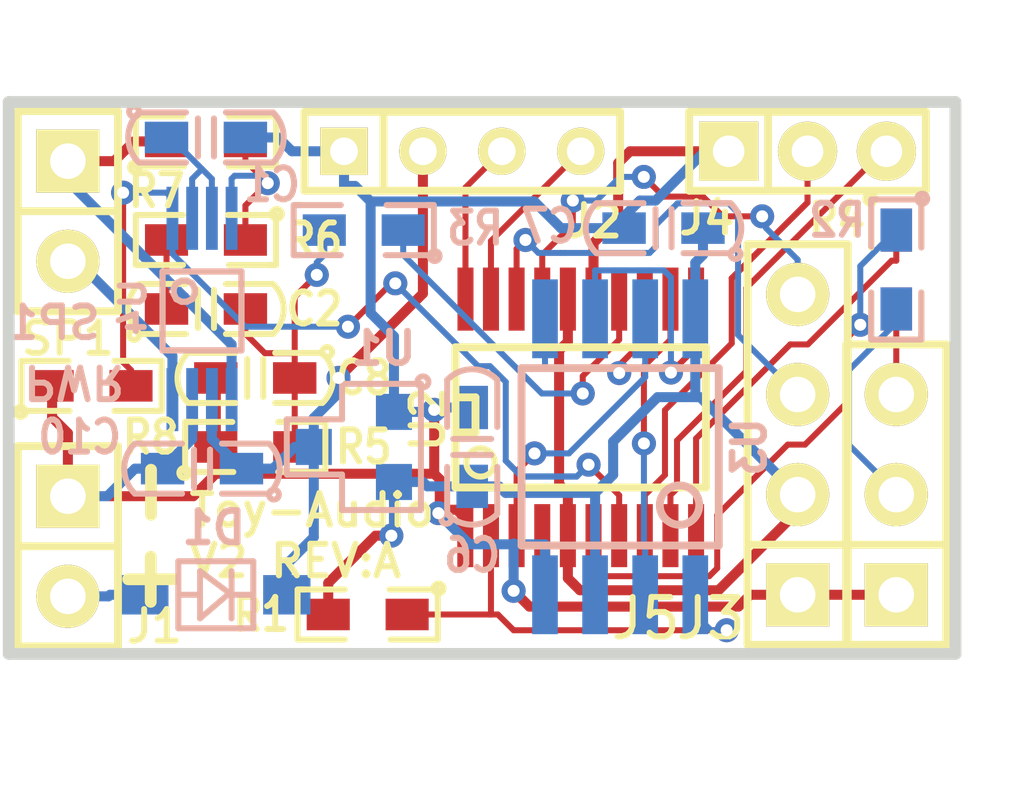
<source format=kicad_pcb>
(kicad_pcb (version 4) (host pcbnew 4.0.0-rc2-stable)

  (general
    (links 59)
    (no_connects 0)
    (area 95.849999 88.849999 120.150001 103.150001)
    (thickness 1.6)
    (drawings 9)
    (tracks 305)
    (zones 0)
    (modules 25)
    (nets 28)
  )

  (page A4)
  (layers
    (0 F.Cu signal)
    (31 B.Cu signal)
    (32 B.Adhes user)
    (33 F.Adhes user)
    (34 B.Paste user)
    (35 F.Paste user)
    (36 B.SilkS user)
    (37 F.SilkS user)
    (38 B.Mask user)
    (39 F.Mask user)
    (40 Dwgs.User user)
    (41 Cmts.User user)
    (42 Eco1.User user)
    (43 Eco2.User user)
    (44 Edge.Cuts user)
    (45 Margin user)
    (46 B.CrtYd user)
    (47 F.CrtYd user)
    (48 B.Fab user)
    (49 F.Fab user)
  )

  (setup
    (last_trace_width 0.1524)
    (trace_clearance 0.1524)
    (zone_clearance 0.508)
    (zone_45_only no)
    (trace_min 0.1524)
    (segment_width 0.2)
    (edge_width 0.3)
    (via_size 0.6096)
    (via_drill 0.3048)
    (via_min_size 0.6096)
    (via_min_drill 0.3048)
    (uvia_size 0.3)
    (uvia_drill 0.1)
    (uvias_allowed no)
    (uvia_min_size 0.2)
    (uvia_min_drill 0.1)
    (pcb_text_width 0.3)
    (pcb_text_size 1.5 1.5)
    (mod_edge_width 0.2)
    (mod_text_size 1 1)
    (mod_text_width 0.15)
    (pad_size 1.2 1)
    (pad_drill 0)
    (pad_to_mask_clearance 0)
    (aux_axis_origin 96 103)
    (grid_origin 169 103)
    (visible_elements 7FFEFFFF)
    (pcbplotparams
      (layerselection 0x000f0_80000001)
      (usegerberextensions true)
      (excludeedgelayer true)
      (linewidth 0.100000)
      (plotframeref false)
      (viasonmask false)
      (mode 1)
      (useauxorigin true)
      (hpglpennumber 1)
      (hpglpenspeed 20)
      (hpglpendiameter 15)
      (hpglpenoverlay 2)
      (psnegative false)
      (psa4output false)
      (plotreference true)
      (plotvalue false)
      (plotinvisibletext false)
      (padsonsilk false)
      (subtractmaskfromsilk true)
      (outputformat 1)
      (mirror false)
      (drillshape 0)
      (scaleselection 1)
      (outputdirectory Gerber/))
  )

  (net 0 "")
  (net 1 GND)
  (net 2 VCC)
  (net 3 VDD)
  (net 4 "Net-(D1-PadA)")
  (net 5 /SWCLK)
  (net 6 /SWDIO)
  (net 7 /SDA1)
  (net 8 /SCL1)
  (net 9 /PWM)
  (net 10 /SCK1)
  (net 11 /MISO1)
  (net 12 /MOSI1)
  (net 13 "Net-(C1-Pad1)")
  (net 14 "Net-(C2-Pad1)")
  (net 15 "Net-(C2-Pad2)")
  (net 16 "Net-(J3-Pad2)")
  (net 17 "Net-(J3-Pad3)")
  (net 18 /USART1_TX)
  (net 19 /USART1_RX)
  (net 20 /nCS)
  (net 21 /WKUP1)
  (net 22 /LED)
  (net 23 "Net-(R6-Pad1)")
  (net 24 /nHOLD)
  (net 25 /nMUTE)
  (net 26 /SP+)
  (net 27 /SP-)

  (net_class Default "Dit is de standaard class."
    (clearance 0.1524)
    (trace_width 0.1524)
    (via_dia 0.6096)
    (via_drill 0.3048)
    (uvia_dia 0.3)
    (uvia_drill 0.1)
    (add_net /LED)
    (add_net /MISO1)
    (add_net /MOSI1)
    (add_net /PWM)
    (add_net /SCK1)
    (add_net /SCL1)
    (add_net /SDA1)
    (add_net /SWCLK)
    (add_net /SWDIO)
    (add_net /USART1_RX)
    (add_net /USART1_TX)
    (add_net /WKUP1)
    (add_net /nCS)
    (add_net /nHOLD)
    (add_net /nMUTE)
    (add_net "Net-(C1-Pad1)")
    (add_net "Net-(C2-Pad1)")
    (add_net "Net-(C2-Pad2)")
    (add_net "Net-(J3-Pad2)")
    (add_net "Net-(J3-Pad3)")
    (add_net "Net-(R6-Pad1)")
  )

  (net_class PWR ""
    (clearance 0.1524)
    (trace_width 0.254)
    (via_dia 0.6096)
    (via_drill 0.3048)
    (uvia_dia 0.3)
    (uvia_drill 0.1)
    (add_net /SP+)
    (add_net /SP-)
    (add_net GND)
    (add_net "Net-(D1-PadA)")
    (add_net VCC)
    (add_net VDD)
  )

  (module MvdL:C0603 (layer B.Cu) (tedit 56719C3A) (tstamp 55EDFFE6)
    (at 107.75 97.75 90)
    (path /55EEE9C5)
    (attr smd)
    (fp_text reference C6 (at -2.75 0 180) (layer B.SilkS)
      (effects (font (size 0.8128 0.7112) (thickness 0.1524)) (justify mirror))
    )
    (fp_text value 1u (at 0.0254 -1.143 90) (layer B.Fab)
      (effects (font (size 0.50038 0.50038) (thickness 0.10922)) (justify mirror))
    )
    (fp_line (start 0.2032 0.4826) (end 0.2032 -0.4826) (layer B.SilkS) (width 0.1524))
    (fp_line (start -0.2032 0.4826) (end -0.2032 -0.4826) (layer B.SilkS) (width 0.1524))
    (fp_line (start 0.5064 0.635) (end 1.7002 0.635) (layer B.SilkS) (width 0.1524))
    (fp_line (start 0.5064 -0.635) (end 1.7002 -0.635) (layer B.SilkS) (width 0.1524))
    (fp_arc (start 1.0906 0) (end 1.7002 -0.635) (angle 90) (layer B.SilkS) (width 0.1524))
    (fp_arc (start -1.0906 0) (end -1.7002 -0.635) (angle -90) (layer B.SilkS) (width 0.1524))
    (fp_line (start -0.5064 -0.635) (end -1.7002 -0.635) (layer B.SilkS) (width 0.1524))
    (fp_line (start -0.5064 0.635) (end -1.7002 0.635) (layer B.SilkS) (width 0.1524))
    (fp_circle (center -1.8224 -0.658) (end -1.8224 -0.531) (layer B.SilkS) (width 0.1524))
    (pad 1 smd rect (at -1 0 90) (size 1.1 0.8) (layers B.Cu B.Paste B.Mask)
      (net 3 VDD) (clearance 0.1524))
    (pad 2 smd rect (at 1 0 90) (size 1.1 0.8) (layers B.Cu B.Paste B.Mask)
      (net 1 GND) (clearance 0.1524))
    (model smd/chip_cms.wrl
      (at (xyz 0 0 0))
      (scale (xyz 0.1 0.1 0.1))
      (rotate (xyz 0 0 0))
    )
  )

  (module MvdL:C0603 (layer B.Cu) (tedit 56719C59) (tstamp 55EDFFEC)
    (at 112.6 92.2 180)
    (path /55D300C8)
    (attr smd)
    (fp_text reference C7 (at 2.9 0.05 180) (layer B.SilkS)
      (effects (font (size 0.8128 0.7112) (thickness 0.1524)) (justify mirror))
    )
    (fp_text value 10u (at 0.0254 -1.143 180) (layer B.Fab)
      (effects (font (size 0.50038 0.50038) (thickness 0.10922)) (justify mirror))
    )
    (fp_line (start 0.2032 0.4826) (end 0.2032 -0.4826) (layer B.SilkS) (width 0.1524))
    (fp_line (start -0.2032 0.4826) (end -0.2032 -0.4826) (layer B.SilkS) (width 0.1524))
    (fp_line (start 0.5064 0.635) (end 1.7002 0.635) (layer B.SilkS) (width 0.1524))
    (fp_line (start 0.5064 -0.635) (end 1.7002 -0.635) (layer B.SilkS) (width 0.1524))
    (fp_arc (start 1.0906 0) (end 1.7002 -0.635) (angle 90) (layer B.SilkS) (width 0.1524))
    (fp_arc (start -1.0906 0) (end -1.7002 -0.635) (angle -90) (layer B.SilkS) (width 0.1524))
    (fp_line (start -0.5064 -0.635) (end -1.7002 -0.635) (layer B.SilkS) (width 0.1524))
    (fp_line (start -0.5064 0.635) (end -1.7002 0.635) (layer B.SilkS) (width 0.1524))
    (fp_circle (center -1.8224 -0.658) (end -1.8224 -0.531) (layer B.SilkS) (width 0.1524))
    (pad 1 smd rect (at -1 0 180) (size 1.1 0.8) (layers B.Cu B.Paste B.Mask)
      (net 3 VDD) (clearance 0.1524))
    (pad 2 smd rect (at 1 0 180) (size 1.1 0.8) (layers B.Cu B.Paste B.Mask)
      (net 1 GND) (clearance 0.1524))
    (model smd/chip_cms.wrl
      (at (xyz 0 0 0))
      (scale (xyz 0.1 0.1 0.1))
      (rotate (xyz 0 0 0))
    )
  )

  (module MvdL:C0603 (layer F.Cu) (tedit 56719B36) (tstamp 55EDFFF2)
    (at 102.25 96 180)
    (path /55EC5984)
    (attr smd)
    (fp_text reference C8 (at -2.75 0 180) (layer F.SilkS)
      (effects (font (size 0.8128 0.7112) (thickness 0.1524)))
    )
    (fp_text value 47n (at 0.0254 1.143 180) (layer F.Fab)
      (effects (font (size 0.50038 0.50038) (thickness 0.10922)))
    )
    (fp_line (start 0.2032 -0.4826) (end 0.2032 0.4826) (layer F.SilkS) (width 0.1524))
    (fp_line (start -0.2032 -0.4826) (end -0.2032 0.4826) (layer F.SilkS) (width 0.1524))
    (fp_line (start 0.5064 -0.635) (end 1.7002 -0.635) (layer F.SilkS) (width 0.1524))
    (fp_line (start 0.5064 0.635) (end 1.7002 0.635) (layer F.SilkS) (width 0.1524))
    (fp_arc (start 1.0906 0) (end 1.7002 0.635) (angle -90) (layer F.SilkS) (width 0.1524))
    (fp_arc (start -1.0906 0) (end -1.7002 0.635) (angle 90) (layer F.SilkS) (width 0.1524))
    (fp_line (start -0.5064 0.635) (end -1.7002 0.635) (layer F.SilkS) (width 0.1524))
    (fp_line (start -0.5064 -0.635) (end -1.7002 -0.635) (layer F.SilkS) (width 0.1524))
    (fp_circle (center -1.8224 0.658) (end -1.8224 0.531) (layer F.SilkS) (width 0.1524))
    (pad 1 smd rect (at -1 0 180) (size 1.1 0.8) (layers F.Cu F.Paste F.Mask)
      (net 15 "Net-(C2-Pad2)") (clearance 0.1524))
    (pad 2 smd rect (at 1 0 180) (size 1.1 0.8) (layers F.Cu F.Paste F.Mask)
      (net 1 GND) (clearance 0.1524))
    (model smd/chip_cms.wrl
      (at (xyz 0 0 0))
      (scale (xyz 0.1 0.1 0.1))
      (rotate (xyz 0 0 0))
    )
  )

  (module MvdL:C0603 (layer B.Cu) (tedit 56772D27) (tstamp 55EDFFFE)
    (at 100.9 98.3 180)
    (path /55EC5971)
    (attr smd)
    (fp_text reference C10 (at 3.1 0.8 360) (layer B.SilkS)
      (effects (font (size 0.8128 0.7112) (thickness 0.1524)) (justify mirror))
    )
    (fp_text value 2.2uF (at 0.0254 -1.143 180) (layer B.Fab)
      (effects (font (size 0.50038 0.50038) (thickness 0.10922)) (justify mirror))
    )
    (fp_line (start 0.2032 0.4826) (end 0.2032 -0.4826) (layer B.SilkS) (width 0.1524))
    (fp_line (start -0.2032 0.4826) (end -0.2032 -0.4826) (layer B.SilkS) (width 0.1524))
    (fp_line (start 0.5064 0.635) (end 1.7002 0.635) (layer B.SilkS) (width 0.1524))
    (fp_line (start 0.5064 -0.635) (end 1.7002 -0.635) (layer B.SilkS) (width 0.1524))
    (fp_arc (start 1.0906 0) (end 1.7002 -0.635) (angle 90) (layer B.SilkS) (width 0.1524))
    (fp_arc (start -1.0906 0) (end -1.7002 -0.635) (angle -90) (layer B.SilkS) (width 0.1524))
    (fp_line (start -0.5064 -0.635) (end -1.7002 -0.635) (layer B.SilkS) (width 0.1524))
    (fp_line (start -0.5064 0.635) (end -1.7002 0.635) (layer B.SilkS) (width 0.1524))
    (fp_circle (center -1.8224 -0.658) (end -1.8224 -0.531) (layer B.SilkS) (width 0.1524))
    (pad 1 smd rect (at -1 0 180) (size 1.1 0.8) (layers B.Cu B.Paste B.Mask)
      (net 2 VCC) (clearance 0.1524))
    (pad 2 smd rect (at 1 0 180) (size 1.1 0.8) (layers B.Cu B.Paste B.Mask)
      (net 1 GND) (clearance 0.1524))
    (model smd/chip_cms.wrl
      (at (xyz 0 0 0))
      (scale (xyz 0.1 0.1 0.1))
      (rotate (xyz 0 0 0))
    )
  )

  (module MvdL:SOD-123 (layer B.Cu) (tedit 56719C4D) (tstamp 55EE000A)
    (at 101.25 101.5 180)
    (path /548FBF10)
    (fp_text reference D1 (at 0.05 1.7 360) (layer B.SilkS)
      (effects (font (size 0.8 0.8) (thickness 0.17)) (justify mirror))
    )
    (fp_text value MBR0520LT1G (at 0.1 -1.6 180) (layer B.Fab)
      (effects (font (size 0.8 0.8) (thickness 0.15)) (justify mirror))
    )
    (fp_line (start 0.4 0) (end 0.95 0) (layer B.SilkS) (width 0.1524))
    (fp_line (start -0.4 0) (end -0.95 0) (layer B.SilkS) (width 0.1524))
    (fp_line (start -0.95 0.85) (end -0.95 -0.85) (layer B.SilkS) (width 0.1524))
    (fp_line (start -0.95 -0.85) (end 0.95 -0.85) (layer B.SilkS) (width 0.1524))
    (fp_line (start 0.95 -0.85) (end 0.95 0.85) (layer B.SilkS) (width 0.1524))
    (fp_line (start 0.95 0.85) (end -0.95 0.85) (layer B.SilkS) (width 0.1524))
    (fp_line (start -0.4 0) (end 0.4 0.6) (layer B.SilkS) (width 0.15))
    (fp_line (start 0.4 0.6) (end 0.4 -0.6) (layer B.SilkS) (width 0.15))
    (fp_line (start 0.4 -0.6) (end -0.3 0) (layer B.SilkS) (width 0.15))
    (fp_line (start -0.4 0.6) (end -0.4 -0.6) (layer B.SilkS) (width 0.15))
    (pad K smd rect (at -1.8 0 180) (size 1.2 1) (layers B.Cu B.Paste B.Mask)
      (net 2 VCC) (clearance 0.1524))
    (pad A smd rect (at 1.8 0 180) (size 1.2 1) (layers B.Cu B.Paste B.Mask)
      (net 4 "Net-(D1-PadA)") (clearance 0.1524))
  )

  (module MvdL:R0603 (layer B.Cu) (tedit 56707D12) (tstamp 55EE0061)
    (at 105 92.25 180)
    (path /55EC5964)
    (attr smd)
    (fp_text reference R3 (at -2.825 0.05 360) (layer B.SilkS)
      (effects (font (size 0.8128 0.7112) (thickness 0.1524)) (justify mirror))
    )
    (fp_text value 910R (at 0.0254 -1.143 180) (layer B.Fab)
      (effects (font (size 0.50038 0.50038) (thickness 0.10922)) (justify mirror))
    )
    (fp_line (start -1.6002 0.635) (end -1.7272 0.635) (layer B.SilkS) (width 0.1524))
    (fp_line (start -1.7772 0.635) (end -1.7772 -0.635) (layer B.SilkS) (width 0.1524))
    (fp_line (start -1.7272 -0.635) (end -1.6256 -0.635) (layer B.SilkS) (width 0.1524))
    (fp_line (start 1.6002 0.635) (end 1.7272 0.635) (layer B.SilkS) (width 0.1524))
    (fp_line (start 1.7772 0.635) (end 1.7772 -0.635) (layer B.SilkS) (width 0.1524))
    (fp_line (start 1.7272 -0.635) (end 1.6002 -0.635) (layer B.SilkS) (width 0.1524))
    (fp_line (start 0.5814 0.635) (end 1.7752 0.635) (layer B.SilkS) (width 0.1524))
    (fp_line (start 0.5814 -0.635) (end 1.7752 -0.635) (layer B.SilkS) (width 0.1524))
    (fp_line (start -0.5564 -0.635) (end -1.7502 -0.635) (layer B.SilkS) (width 0.1524))
    (fp_line (start -0.5814 0.635) (end -1.7752 0.635) (layer B.SilkS) (width 0.1524))
    (fp_circle (center -1.7974 -0.658) (end -1.7974 -0.531) (layer B.SilkS) (width 0.1524))
    (pad 1 smd rect (at -1 0 180) (size 1.0922 0.8) (layers B.Cu B.Paste B.Mask)
      (net 9 /PWM) (clearance 0.1524))
    (pad 2 smd rect (at 1 0 180) (size 1.0922 0.8) (layers B.Cu B.Paste B.Mask)
      (net 15 "Net-(C2-Pad2)") (clearance 0.1524))
    (model smd/chip_cms.wrl
      (at (xyz 0 0 0))
      (scale (xyz 0.1 0.1 0.1))
      (rotate (xyz 0 0 0))
    )
  )

  (module MvdL:SOT23 (layer B.Cu) (tedit 56719C2A) (tstamp 55EE0078)
    (at 104.75 97.75 90)
    (descr "Module CMS SOT23 Transistore EBC")
    (tags "CMS SOT")
    (path /55C87310)
    (attr smd)
    (fp_text reference U1 (at 2.5 0.75 180) (layer B.SilkS)
      (effects (font (size 0.8 0.8) (thickness 0.17)) (justify mirror))
    )
    (fp_text value XC6206P332MR (at -0.05 2.3 90) (layer B.Fab)
      (effects (font (size 0.762 0.762) (thickness 0.1905)) (justify mirror))
    )
    (fp_line (start -0.7 -1.7) (end -0.7 -0.3) (layer B.SilkS) (width 0.1524))
    (fp_line (start -0.7 -0.3) (end -1.6 -0.3) (layer B.SilkS) (width 0.1524))
    (fp_line (start -1.6 -0.3) (end -1.6 1.7) (layer B.SilkS) (width 0.1524))
    (fp_line (start 0.7 -0.3) (end 0.7 -1.7) (layer B.SilkS) (width 0.1524))
    (fp_line (start 1.6 1.7) (end 1.6 -0.3) (layer B.SilkS) (width 0.1524))
    (fp_line (start 1.6 -0.3) (end 0.7 -0.3) (layer B.SilkS) (width 0.1524))
    (fp_line (start -0.7 -1.7) (end 0.7 -1.7) (layer B.SilkS) (width 0.1524))
    (fp_line (start -1.6 1.7) (end 1.6 1.7) (layer B.SilkS) (width 0.1524))
    (fp_circle (center 1.65 1.75) (end 1.55 1.65) (layer B.SilkS) (width 0.15))
    (pad 2 smd rect (at -0.889 1.016 90) (size 0.9144 0.9144) (layers B.Cu B.Paste B.Mask)
      (net 3 VDD) (die_length -2147.483648) (clearance 0.1524))
    (pad 1 smd rect (at 0.889 1.016 90) (size 0.9144 0.9144) (layers B.Cu B.Paste B.Mask)
      (net 1 GND) (clearance 0.1524))
    (pad 3 smd rect (at 0 -1.016 90) (size 0.9144 0.9144) (layers B.Cu B.Paste B.Mask)
      (net 2 VCC) (clearance 0.1524))
    (model smd/cms_sot23.wrl
      (at (xyz 0 0 0))
      (scale (xyz 0.13 0.15 0.15))
      (rotate (xyz 0 0 0))
    )
  )

  (module MvdL:HDR-01X4-RM2 (layer F.Cu) (tedit 566F5771) (tstamp 55EE001E)
    (at 104.5 90.25)
    (descr "Connecteur 4 pibs")
    (tags "CONN DEV")
    (path /55EEF165)
    (fp_text reference J2 (at 6.35 1.775) (layer F.SilkS)
      (effects (font (size 0.8 0.8) (thickness 0.15)))
    )
    (fp_text value CONN_01X04 (at 3 -2.5) (layer F.Fab)
      (effects (font (size 1.524 1.016) (thickness 0.254)))
    )
    (fp_line (start 1 -1) (end 1 1) (layer F.SilkS) (width 0.2))
    (fp_line (start -1 -1) (end -1 1) (layer F.SilkS) (width 0.2))
    (fp_line (start -1 1) (end 7 1) (layer F.SilkS) (width 0.2))
    (fp_line (start 7 1) (end 7 -1) (layer F.SilkS) (width 0.2))
    (fp_line (start 7 -1) (end -1 -1) (layer F.SilkS) (width 0.2))
    (pad 1 thru_hole rect (at 0 0) (size 1.2 1.2) (drill 0.7) (layers *.Cu *.Mask F.SilkS)
      (net 1 GND))
    (pad 2 thru_hole circle (at 2 0) (size 1.2 1.2) (drill 0.7) (layers *.Cu *.Mask F.SilkS)
      (net 2 VCC))
    (pad 3 thru_hole circle (at 4 0) (size 1.2 1.2) (drill 0.7) (layers *.Cu *.Mask F.SilkS)
      (net 5 /SWCLK))
    (pad 4 thru_hole circle (at 6 0) (size 1.2 1.2) (drill 0.7) (layers *.Cu *.Mask F.SilkS)
      (net 6 /SWDIO))
  )

  (module MvdL:C0603 (layer B.Cu) (tedit 56707D1A) (tstamp 55EE9A28)
    (at 101 89.9)
    (path /55EE9A00)
    (attr smd)
    (fp_text reference C1 (at 1.675 1.2) (layer B.SilkS)
      (effects (font (size 0.8128 0.7112) (thickness 0.1524)) (justify mirror))
    )
    (fp_text value 1u (at 0.0254 -1.143) (layer B.Fab)
      (effects (font (size 0.50038 0.50038) (thickness 0.10922)) (justify mirror))
    )
    (fp_line (start 0.2032 0.4826) (end 0.2032 -0.4826) (layer B.SilkS) (width 0.1524))
    (fp_line (start -0.2032 0.4826) (end -0.2032 -0.4826) (layer B.SilkS) (width 0.1524))
    (fp_line (start 0.5064 0.635) (end 1.7002 0.635) (layer B.SilkS) (width 0.1524))
    (fp_line (start 0.5064 -0.635) (end 1.7002 -0.635) (layer B.SilkS) (width 0.1524))
    (fp_arc (start 1.0906 0) (end 1.7002 -0.635) (angle 90) (layer B.SilkS) (width 0.1524))
    (fp_arc (start -1.0906 0) (end -1.7002 -0.635) (angle -90) (layer B.SilkS) (width 0.1524))
    (fp_line (start -0.5064 -0.635) (end -1.7002 -0.635) (layer B.SilkS) (width 0.1524))
    (fp_line (start -0.5064 0.635) (end -1.7002 0.635) (layer B.SilkS) (width 0.1524))
    (fp_circle (center -1.8224 -0.658) (end -1.8224 -0.531) (layer B.SilkS) (width 0.1524))
    (pad 1 smd rect (at -1 0) (size 1.1 0.8) (layers B.Cu B.Paste B.Mask)
      (net 13 "Net-(C1-Pad1)") (clearance 0.1524))
    (pad 2 smd rect (at 1 0) (size 1.1 0.8) (layers B.Cu B.Paste B.Mask)
      (net 1 GND) (clearance 0.1524))
    (model smd/chip_cms.wrl
      (at (xyz 0 0 0))
      (scale (xyz 0.1 0.1 0.1))
      (rotate (xyz 0 0 0))
    )
  )

  (module MvdL:R0603 (layer F.Cu) (tedit 5671B4C6) (tstamp 55EF3841)
    (at 105.1 102 180)
    (path /55EF382D)
    (attr smd)
    (fp_text reference R1 (at 2.7 0 180) (layer F.SilkS)
      (effects (font (size 0.8128 0.7112) (thickness 0.1524)))
    )
    (fp_text value 100k (at 0.0254 1.143 180) (layer F.Fab)
      (effects (font (size 0.50038 0.50038) (thickness 0.10922)))
    )
    (fp_line (start -1.6002 -0.635) (end -1.7272 -0.635) (layer F.SilkS) (width 0.1524))
    (fp_line (start -1.7772 -0.635) (end -1.7772 0.635) (layer F.SilkS) (width 0.1524))
    (fp_line (start -1.7272 0.635) (end -1.6256 0.635) (layer F.SilkS) (width 0.1524))
    (fp_line (start 1.6002 -0.635) (end 1.7272 -0.635) (layer F.SilkS) (width 0.1524))
    (fp_line (start 1.7772 -0.635) (end 1.7772 0.635) (layer F.SilkS) (width 0.1524))
    (fp_line (start 1.7272 0.635) (end 1.6002 0.635) (layer F.SilkS) (width 0.1524))
    (fp_line (start 0.5814 -0.635) (end 1.7752 -0.635) (layer F.SilkS) (width 0.1524))
    (fp_line (start 0.5814 0.635) (end 1.7752 0.635) (layer F.SilkS) (width 0.1524))
    (fp_line (start -0.5564 0.635) (end -1.7502 0.635) (layer F.SilkS) (width 0.1524))
    (fp_line (start -0.5814 -0.635) (end -1.7752 -0.635) (layer F.SilkS) (width 0.1524))
    (fp_circle (center -1.7974 0.658) (end -1.7974 0.531) (layer F.SilkS) (width 0.1524))
    (pad 1 smd rect (at -1 0 180) (size 1.0922 0.8) (layers F.Cu F.Paste F.Mask)
      (net 20 /nCS) (clearance 0.1524))
    (pad 2 smd rect (at 1 0 180) (size 1.0922 0.8) (layers F.Cu F.Paste F.Mask)
      (net 3 VDD) (clearance 0.1524))
    (model smd/chip_cms.wrl
      (at (xyz 0 0 0))
      (scale (xyz 0.1 0.1 0.1))
      (rotate (xyz 0 0 0))
    )
  )

  (module MvdL:SOIC-8-208mil (layer B.Cu) (tedit 56707D3D) (tstamp 55EE009C)
    (at 111.5 98 90)
    (descr "Small Outline w/ Pins")
    (tags "SOIC SSOP TSSOP")
    (path /548FE3C4)
    (attr smd)
    (fp_text reference U3 (at 0.25 3.275 90) (layer B.SilkS)
      (effects (font (size 0.8 0.7) (thickness 0.17)) (justify mirror))
    )
    (fp_text value W25Q32FVSIG (at 0 -3.505 90) (layer B.Fab)
      (effects (font (size 1 1) (thickness 0.15)) (justify mirror))
    )
    (fp_line (start 2.25 2.5) (end 2.25 -2.5) (layer B.SilkS) (width 0.2))
    (fp_line (start -2.25 2.5) (end -2.25 -2.5) (layer B.SilkS) (width 0.2))
    (fp_line (start 2.25 -2.5) (end -2.25 -2.5) (layer B.SilkS) (width 0.2))
    (fp_line (start -2.25 2.5) (end 2.25 2.5) (layer B.SilkS) (width 0.2))
    (fp_circle (center -1.225 1.505) (end -0.725 1.505) (layer B.SilkS) (width 0.2))
    (pad 1 smd rect (at -3.5 1.905 90) (size 2 0.65) (layers B.Cu B.Paste B.Mask)
      (net 20 /nCS))
    (pad 2 smd rect (at -3.5 0.635 90) (size 2 0.65) (layers B.Cu B.Paste B.Mask)
      (net 11 /MISO1))
    (pad 3 smd rect (at -3.5 -0.635 90) (size 2 0.65) (layers B.Cu B.Paste B.Mask)
      (net 3 VDD))
    (pad 4 smd rect (at -3.5 -1.905 90) (size 2 0.65) (layers B.Cu B.Paste B.Mask)
      (net 1 GND))
    (pad 5 smd rect (at 3.5 -1.905 90) (size 2 0.65) (layers B.Cu B.Paste B.Mask)
      (net 12 /MOSI1))
    (pad 6 smd rect (at 3.5 -0.635 90) (size 2 0.65) (layers B.Cu B.Paste B.Mask)
      (net 10 /SCK1))
    (pad 7 smd rect (at 3.5 0.635 90) (size 2 0.65) (layers B.Cu B.Paste B.Mask)
      (net 24 /nHOLD))
    (pad 8 smd rect (at 3.5 1.905 90) (size 2 0.65) (layers B.Cu B.Paste B.Mask)
      (net 3 VDD))
    (model DMC3028LSD.wrl
      (at (xyz 0 0 0))
      (scale (xyz 0.3937 0.3937 0.3937))
      (rotate (xyz 0 0 0))
    )
  )

  (module MvdL:C0603 (layer F.Cu) (tedit 56719B32) (tstamp 566F5D33)
    (at 101 94.25)
    (path /566ED190)
    (attr smd)
    (fp_text reference C2 (at 2.75 0 180) (layer F.SilkS)
      (effects (font (size 0.8128 0.7112) (thickness 0.1524)))
    )
    (fp_text value 390nF (at 0.0254 1.143) (layer F.Fab)
      (effects (font (size 0.50038 0.50038) (thickness 0.10922)))
    )
    (fp_line (start 0.2032 -0.4826) (end 0.2032 0.4826) (layer F.SilkS) (width 0.1524))
    (fp_line (start -0.2032 -0.4826) (end -0.2032 0.4826) (layer F.SilkS) (width 0.1524))
    (fp_line (start 0.5064 -0.635) (end 1.7002 -0.635) (layer F.SilkS) (width 0.1524))
    (fp_line (start 0.5064 0.635) (end 1.7002 0.635) (layer F.SilkS) (width 0.1524))
    (fp_arc (start 1.0906 0) (end 1.7002 0.635) (angle -90) (layer F.SilkS) (width 0.1524))
    (fp_arc (start -1.0906 0) (end -1.7002 0.635) (angle 90) (layer F.SilkS) (width 0.1524))
    (fp_line (start -0.5064 0.635) (end -1.7002 0.635) (layer F.SilkS) (width 0.1524))
    (fp_line (start -0.5064 -0.635) (end -1.7002 -0.635) (layer F.SilkS) (width 0.1524))
    (fp_circle (center -1.8224 0.658) (end -1.8224 0.531) (layer F.SilkS) (width 0.1524))
    (pad 1 smd rect (at -1 0) (size 1.1 0.8) (layers F.Cu F.Paste F.Mask)
      (net 14 "Net-(C2-Pad1)") (clearance 0.1524))
    (pad 2 smd rect (at 1 0) (size 1.1 0.8) (layers F.Cu F.Paste F.Mask)
      (net 15 "Net-(C2-Pad2)") (clearance 0.1524))
    (model smd/chip_cms.wrl
      (at (xyz 0 0 0))
      (scale (xyz 0.1 0.1 0.1))
      (rotate (xyz 0 0 0))
    )
  )

  (module MvdL:HDR_01x02_RM2.54 (layer F.Cu) (tedit 56772C97) (tstamp 566F5D34)
    (at 97.5 99 270)
    (path /566F19BE)
    (fp_text reference J1 (at 3.3 -2.2 360) (layer F.SilkS)
      (effects (font (size 0.8 0.8) (thickness 0.15)))
    )
    (fp_text value CONN_01X02 (at 2.54 -2.54 270) (layer F.Fab)
      (effects (font (size 1 1) (thickness 0.15)))
    )
    (fp_line (start -1.27 1.27) (end 3.81 1.27) (layer F.SilkS) (width 0.2))
    (fp_line (start -1.27 -1.27) (end 3.81 -1.27) (layer F.SilkS) (width 0.2))
    (fp_line (start 3.81 -1.27) (end 3.81 1.27) (layer F.SilkS) (width 0.2))
    (fp_line (start 1.27 -1.27) (end 1.27 1.27) (layer F.SilkS) (width 0.2))
    (fp_line (start -1.27 -1.27) (end -1.27 1.27) (layer F.SilkS) (width 0.2))
    (pad 1 thru_hole rect (at 0 0 270) (size 1.6 1.6) (drill 0.9) (layers *.Cu *.Mask F.SilkS)
      (net 1 GND))
    (pad 2 thru_hole circle (at 2.54 0 270) (size 1.6 1.6) (drill 0.9) (layers *.Cu *.Mask F.SilkS)
      (net 4 "Net-(D1-PadA)"))
  )

  (module MvdL:HDR_01x04_RM2.54 (layer F.Cu) (tedit 56707CC1) (tstamp 566F5D61)
    (at 116 101.5 90)
    (path /566EE894)
    (fp_text reference J5 (at -0.6 -3.85 180) (layer F.SilkS)
      (effects (font (size 1 1) (thickness 0.15)))
    )
    (fp_text value CONN_01X04 (at 2.54 -2.54 90) (layer F.Fab)
      (effects (font (size 1 1) (thickness 0.15)))
    )
    (fp_line (start 1.27 -1.27) (end 1.27 1.27) (layer F.SilkS) (width 0.2))
    (fp_line (start -1.27 -1.27) (end -1.27 1.27) (layer F.SilkS) (width 0.2))
    (fp_line (start -1.27 1.27) (end 8.89 1.27) (layer F.SilkS) (width 0.2))
    (fp_line (start 8.89 1.27) (end 8.89 -1.27) (layer F.SilkS) (width 0.2))
    (fp_line (start 8.89 -1.27) (end -1.27 -1.27) (layer F.SilkS) (width 0.2))
    (pad 1 thru_hole rect (at 0 0 90) (size 1.6 1.6) (drill 0.9) (layers *.Cu *.Mask F.SilkS)
      (net 1 GND))
    (pad 2 thru_hole circle (at 2.54 0 90) (size 1.6 1.6) (drill 0.9) (layers *.Cu *.Mask F.SilkS)
      (net 3 VDD))
    (pad 3 thru_hole circle (at 5.08 0 90) (size 1.6 1.6) (drill 0.9) (layers *.Cu *.Mask F.SilkS)
      (net 7 /SDA1))
    (pad 4 thru_hole circle (at 7.62 0 90) (size 1.6 1.6) (drill 0.9) (layers *.Cu *.Mask F.SilkS)
      (net 8 /SCL1))
  )

  (module MvdL:R0603 (layer B.Cu) (tedit 566F4D15) (tstamp 566F5D72)
    (at 118.5 93.25 270)
    (path /566EF481)
    (attr smd)
    (fp_text reference R2 (at -1.25 1.5 540) (layer B.SilkS)
      (effects (font (size 0.8128 0.7112) (thickness 0.1524)) (justify mirror))
    )
    (fp_text value 470R (at 0.0254 -1.143 270) (layer B.Fab)
      (effects (font (size 0.50038 0.50038) (thickness 0.10922)) (justify mirror))
    )
    (fp_line (start -1.6002 0.635) (end -1.7272 0.635) (layer B.SilkS) (width 0.1524))
    (fp_line (start -1.7772 0.635) (end -1.7772 -0.635) (layer B.SilkS) (width 0.1524))
    (fp_line (start -1.7272 -0.635) (end -1.6256 -0.635) (layer B.SilkS) (width 0.1524))
    (fp_line (start 1.6002 0.635) (end 1.7272 0.635) (layer B.SilkS) (width 0.1524))
    (fp_line (start 1.7772 0.635) (end 1.7772 -0.635) (layer B.SilkS) (width 0.1524))
    (fp_line (start 1.7272 -0.635) (end 1.6002 -0.635) (layer B.SilkS) (width 0.1524))
    (fp_line (start 0.5814 0.635) (end 1.7752 0.635) (layer B.SilkS) (width 0.1524))
    (fp_line (start 0.5814 -0.635) (end 1.7752 -0.635) (layer B.SilkS) (width 0.1524))
    (fp_line (start -0.5564 -0.635) (end -1.7502 -0.635) (layer B.SilkS) (width 0.1524))
    (fp_line (start -0.5814 0.635) (end -1.7752 0.635) (layer B.SilkS) (width 0.1524))
    (fp_circle (center -1.7974 -0.658) (end -1.7974 -0.531) (layer B.SilkS) (width 0.1524))
    (pad 1 smd rect (at -1 0 270) (size 1.0922 0.8) (layers B.Cu B.Paste B.Mask)
      (net 21 /WKUP1) (clearance 0.1524))
    (pad 2 smd rect (at 1 0 270) (size 1.0922 0.8) (layers B.Cu B.Paste B.Mask)
      (net 16 "Net-(J3-Pad2)") (clearance 0.1524))
    (model smd/chip_cms.wrl
      (at (xyz 0 0 0))
      (scale (xyz 0.1 0.1 0.1))
      (rotate (xyz 0 0 0))
    )
  )

  (module MvdL:R0603 (layer F.Cu) (tedit 566F4D07) (tstamp 566F5D83)
    (at 118.5 93.25 270)
    (path /566F0401)
    (attr smd)
    (fp_text reference R4 (at -1.25 1.5 360) (layer F.SilkS)
      (effects (font (size 0.8128 0.7112) (thickness 0.1524)))
    )
    (fp_text value 470R (at 0.0254 1.143 270) (layer F.Fab)
      (effects (font (size 0.50038 0.50038) (thickness 0.10922)))
    )
    (fp_line (start -1.6002 -0.635) (end -1.7272 -0.635) (layer F.SilkS) (width 0.1524))
    (fp_line (start -1.7772 -0.635) (end -1.7772 0.635) (layer F.SilkS) (width 0.1524))
    (fp_line (start -1.7272 0.635) (end -1.6256 0.635) (layer F.SilkS) (width 0.1524))
    (fp_line (start 1.6002 -0.635) (end 1.7272 -0.635) (layer F.SilkS) (width 0.1524))
    (fp_line (start 1.7772 -0.635) (end 1.7772 0.635) (layer F.SilkS) (width 0.1524))
    (fp_line (start 1.7272 0.635) (end 1.6002 0.635) (layer F.SilkS) (width 0.1524))
    (fp_line (start 0.5814 -0.635) (end 1.7752 -0.635) (layer F.SilkS) (width 0.1524))
    (fp_line (start 0.5814 0.635) (end 1.7752 0.635) (layer F.SilkS) (width 0.1524))
    (fp_line (start -0.5564 0.635) (end -1.7502 0.635) (layer F.SilkS) (width 0.1524))
    (fp_line (start -0.5814 -0.635) (end -1.7752 -0.635) (layer F.SilkS) (width 0.1524))
    (fp_circle (center -1.7974 0.658) (end -1.7974 0.531) (layer F.SilkS) (width 0.1524))
    (pad 1 smd rect (at -1 0 270) (size 1.0922 0.8) (layers F.Cu F.Paste F.Mask)
      (net 22 /LED) (clearance 0.1524))
    (pad 2 smd rect (at 1 0 270) (size 1.0922 0.8) (layers F.Cu F.Paste F.Mask)
      (net 17 "Net-(J3-Pad3)") (clearance 0.1524))
    (model smd/chip_cms.wrl
      (at (xyz 0 0 0))
      (scale (xyz 0.1 0.1 0.1))
      (rotate (xyz 0 0 0))
    )
  )

  (module MvdL:R0603 (layer F.Cu) (tedit 56719B70) (tstamp 566F5D94)
    (at 102.25 97.75)
    (path /5668908E)
    (attr smd)
    (fp_text reference R5 (at 2.75 0 180) (layer F.SilkS)
      (effects (font (size 0.8128 0.7112) (thickness 0.1524)))
    )
    (fp_text value D.N.P (at 0.0254 1.143) (layer F.Fab)
      (effects (font (size 0.50038 0.50038) (thickness 0.10922)))
    )
    (fp_line (start -1.6002 -0.635) (end -1.7272 -0.635) (layer F.SilkS) (width 0.1524))
    (fp_line (start -1.7772 -0.635) (end -1.7772 0.635) (layer F.SilkS) (width 0.1524))
    (fp_line (start -1.7272 0.635) (end -1.6256 0.635) (layer F.SilkS) (width 0.1524))
    (fp_line (start 1.6002 -0.635) (end 1.7272 -0.635) (layer F.SilkS) (width 0.1524))
    (fp_line (start 1.7772 -0.635) (end 1.7772 0.635) (layer F.SilkS) (width 0.1524))
    (fp_line (start 1.7272 0.635) (end 1.6002 0.635) (layer F.SilkS) (width 0.1524))
    (fp_line (start 0.5814 -0.635) (end 1.7752 -0.635) (layer F.SilkS) (width 0.1524))
    (fp_line (start 0.5814 0.635) (end 1.7752 0.635) (layer F.SilkS) (width 0.1524))
    (fp_line (start -0.5564 0.635) (end -1.7502 0.635) (layer F.SilkS) (width 0.1524))
    (fp_line (start -0.5814 -0.635) (end -1.7752 -0.635) (layer F.SilkS) (width 0.1524))
    (fp_circle (center -1.7974 0.658) (end -1.7974 0.531) (layer F.SilkS) (width 0.1524))
    (pad 1 smd rect (at -1 0) (size 1.0922 0.8) (layers F.Cu F.Paste F.Mask)
      (net 1 GND) (clearance 0.1524))
    (pad 2 smd rect (at 1 0) (size 1.0922 0.8) (layers F.Cu F.Paste F.Mask)
      (net 15 "Net-(C2-Pad2)") (clearance 0.1524))
    (model smd/chip_cms.wrl
      (at (xyz 0 0 0))
      (scale (xyz 0.1 0.1 0.1))
      (rotate (xyz 0 0 0))
    )
  )

  (module MvdL:R0603 (layer F.Cu) (tedit 56719B3A) (tstamp 566F5DA5)
    (at 101 92.5 180)
    (path /566ED189)
    (attr smd)
    (fp_text reference R6 (at -2.75 0 360) (layer F.SilkS)
      (effects (font (size 0.8128 0.7112) (thickness 0.1524)))
    )
    (fp_text value 20k (at 0.0254 1.143 180) (layer F.Fab)
      (effects (font (size 0.50038 0.50038) (thickness 0.10922)))
    )
    (fp_line (start -1.6002 -0.635) (end -1.7272 -0.635) (layer F.SilkS) (width 0.1524))
    (fp_line (start -1.7772 -0.635) (end -1.7772 0.635) (layer F.SilkS) (width 0.1524))
    (fp_line (start -1.7272 0.635) (end -1.6256 0.635) (layer F.SilkS) (width 0.1524))
    (fp_line (start 1.6002 -0.635) (end 1.7272 -0.635) (layer F.SilkS) (width 0.1524))
    (fp_line (start 1.7772 -0.635) (end 1.7772 0.635) (layer F.SilkS) (width 0.1524))
    (fp_line (start 1.7272 0.635) (end 1.6002 0.635) (layer F.SilkS) (width 0.1524))
    (fp_line (start 0.5814 -0.635) (end 1.7752 -0.635) (layer F.SilkS) (width 0.1524))
    (fp_line (start 0.5814 0.635) (end 1.7752 0.635) (layer F.SilkS) (width 0.1524))
    (fp_line (start -0.5564 0.635) (end -1.7502 0.635) (layer F.SilkS) (width 0.1524))
    (fp_line (start -0.5814 -0.635) (end -1.7752 -0.635) (layer F.SilkS) (width 0.1524))
    (fp_circle (center -1.7974 0.658) (end -1.7974 0.531) (layer F.SilkS) (width 0.1524))
    (pad 1 smd rect (at -1 0 180) (size 1.0922 0.8) (layers F.Cu F.Paste F.Mask)
      (net 23 "Net-(R6-Pad1)") (clearance 0.1524))
    (pad 2 smd rect (at 1 0 180) (size 1.0922 0.8) (layers F.Cu F.Paste F.Mask)
      (net 14 "Net-(C2-Pad1)") (clearance 0.1524))
    (model smd/chip_cms.wrl
      (at (xyz 0 0 0))
      (scale (xyz 0.1 0.1 0.1))
      (rotate (xyz 0 0 0))
    )
  )

  (module MvdL:R0603 (layer F.Cu) (tedit 566F5096) (tstamp 566F5DB6)
    (at 101 90)
    (path /566ED182)
    (attr smd)
    (fp_text reference R7 (at -1.25 1.25 180) (layer F.SilkS)
      (effects (font (size 0.8128 0.7112) (thickness 0.1524)))
    )
    (fp_text value 20k (at 0.0254 1.143) (layer F.Fab)
      (effects (font (size 0.50038 0.50038) (thickness 0.10922)))
    )
    (fp_line (start -1.6002 -0.635) (end -1.7272 -0.635) (layer F.SilkS) (width 0.1524))
    (fp_line (start -1.7772 -0.635) (end -1.7772 0.635) (layer F.SilkS) (width 0.1524))
    (fp_line (start -1.7272 0.635) (end -1.6256 0.635) (layer F.SilkS) (width 0.1524))
    (fp_line (start 1.6002 -0.635) (end 1.7272 -0.635) (layer F.SilkS) (width 0.1524))
    (fp_line (start 1.7772 -0.635) (end 1.7772 0.635) (layer F.SilkS) (width 0.1524))
    (fp_line (start 1.7272 0.635) (end 1.6002 0.635) (layer F.SilkS) (width 0.1524))
    (fp_line (start 0.5814 -0.635) (end 1.7752 -0.635) (layer F.SilkS) (width 0.1524))
    (fp_line (start 0.5814 0.635) (end 1.7752 0.635) (layer F.SilkS) (width 0.1524))
    (fp_line (start -0.5564 0.635) (end -1.7502 0.635) (layer F.SilkS) (width 0.1524))
    (fp_line (start -0.5814 -0.635) (end -1.7752 -0.635) (layer F.SilkS) (width 0.1524))
    (fp_circle (center -1.7974 0.658) (end -1.7974 0.531) (layer F.SilkS) (width 0.1524))
    (pad 1 smd rect (at -1 0) (size 1.0922 0.8) (layers F.Cu F.Paste F.Mask)
      (net 26 /SP+) (clearance 0.1524))
    (pad 2 smd rect (at 1 0) (size 1.0922 0.8) (layers F.Cu F.Paste F.Mask)
      (net 23 "Net-(R6-Pad1)") (clearance 0.1524))
    (model smd/chip_cms.wrl
      (at (xyz 0 0 0))
      (scale (xyz 0.1 0.1 0.1))
      (rotate (xyz 0 0 0))
    )
  )

  (module MvdL:HDR_01x02_RM2.54 (layer F.Cu) (tedit 56772C8C) (tstamp 566F5DB7)
    (at 97.5 90.5 270)
    (path /56688C9F)
    (fp_text reference SP1 (at 4.5 0 360) (layer F.SilkS)
      (effects (font (size 0.8 0.8) (thickness 0.15)))
    )
    (fp_text value CONN_01X02 (at 2.54 -2.54 270) (layer F.Fab)
      (effects (font (size 1 1) (thickness 0.15)))
    )
    (fp_line (start -1.27 1.27) (end 3.81 1.27) (layer F.SilkS) (width 0.2))
    (fp_line (start -1.27 -1.27) (end 3.81 -1.27) (layer F.SilkS) (width 0.2))
    (fp_line (start 3.81 -1.27) (end 3.81 1.27) (layer F.SilkS) (width 0.2))
    (fp_line (start 1.27 -1.27) (end 1.27 1.27) (layer F.SilkS) (width 0.2))
    (fp_line (start -1.27 -1.27) (end -1.27 1.27) (layer F.SilkS) (width 0.2))
    (pad 1 thru_hole rect (at 0 0 270) (size 1.6 1.6) (drill 0.9) (layers *.Cu *.Mask F.SilkS)
      (net 26 /SP+))
    (pad 2 thru_hole circle (at 2.54 0 270) (size 1.6 1.6) (drill 0.9) (layers *.Cu *.Mask F.SilkS)
      (net 27 /SP-))
  )

  (module MvdL:HDR_01x03_RM2.54 (layer F.Cu) (tedit 56707CC6) (tstamp 566F5D3E)
    (at 118.5 101.5 90)
    (path /566F01D6)
    (fp_text reference J3 (at -0.6 -4.7 180) (layer F.SilkS)
      (effects (font (size 1 1) (thickness 0.15)))
    )
    (fp_text value CONN_01X03 (at 2.54 -2.54 90) (layer F.Fab)
      (effects (font (size 1 1) (thickness 0.15)))
    )
    (fp_line (start -1.27 1.27) (end 6.35 1.27) (layer F.SilkS) (width 0.2))
    (fp_line (start 6.35 -1.27) (end -1.27 -1.27) (layer F.SilkS) (width 0.2))
    (fp_line (start 6.35 -1.27) (end 6.35 1.27) (layer F.SilkS) (width 0.2))
    (fp_line (start 1.27 -1.27) (end 1.27 1.27) (layer F.SilkS) (width 0.2))
    (fp_line (start -1.27 -1.27) (end -1.27 1.27) (layer F.SilkS) (width 0.2))
    (pad 1 thru_hole rect (at 0 0 90) (size 1.6 1.6) (drill 0.9) (layers *.Cu *.Mask F.SilkS)
      (net 1 GND))
    (pad 2 thru_hole circle (at 2.54 0 90) (size 1.6 1.6) (drill 0.9) (layers *.Cu *.Mask F.SilkS)
      (net 16 "Net-(J3-Pad2)"))
    (pad 3 thru_hole circle (at 5.08 0 90) (size 1.6 1.6) (drill 0.9) (layers *.Cu *.Mask F.SilkS)
      (net 17 "Net-(J3-Pad3)"))
  )

  (module MvdL:HDR_01x03_RM2 (layer F.Cu) (tedit 566F576C) (tstamp 566F5D54)
    (at 114.25 90.25)
    (path /566EE2D1)
    (fp_text reference J4 (at -0.55 1.7) (layer F.SilkS)
      (effects (font (size 0.8 0.8) (thickness 0.15)))
    )
    (fp_text value CONN_01X03 (at 2.54 -2.54) (layer F.Fab)
      (effects (font (size 1 1) (thickness 0.15)))
    )
    (fp_line (start 5 1) (end -1 1) (layer F.SilkS) (width 0.2))
    (fp_line (start 5 -1) (end -1 -1) (layer F.SilkS) (width 0.2))
    (fp_line (start 5 -1) (end 5 1) (layer F.SilkS) (width 0.2))
    (fp_line (start 1 -1) (end 1 1) (layer F.SilkS) (width 0.2))
    (fp_line (start -1 -1) (end -1 1) (layer F.SilkS) (width 0.2))
    (pad 1 thru_hole rect (at 0 0) (size 1.5 1.5) (drill 0.8) (layers *.Cu *.Mask F.SilkS)
      (net 1 GND))
    (pad 2 thru_hole circle (at 2 0) (size 1.5 1.5) (drill 0.8) (layers *.Cu *.Mask F.SilkS)
      (net 18 /USART1_TX))
    (pad 3 thru_hole circle (at 4 0) (size 1.5 1.5) (drill 0.8) (layers *.Cu *.Mask F.SilkS)
      (net 19 /USART1_RX))
  )

  (module MvdL:TSSOP20 (layer F.Cu) (tedit 56707CCE) (tstamp 55EE0090)
    (at 110.5 97)
    (descr "SSOP 20 pins")
    (tags "CMS SSOP SMD")
    (path /55EC69BE)
    (attr smd)
    (fp_text reference U2 (at -3.875 0.05 90) (layer F.SilkS)
      (effects (font (size 0.8 0.8) (thickness 0.154)))
    )
    (fp_text value STM32F030F4P6 (at 0 0) (layer F.Fab)
      (effects (font (size 1 1) (thickness 0.2)))
    )
    (fp_line (start -3.175 -0.508) (end -2.667 -0.508) (layer F.SilkS) (width 0.2))
    (fp_line (start -2.667 -0.508) (end -2.667 0.381) (layer F.SilkS) (width 0.2))
    (fp_line (start -2.667 0.381) (end -3.175 0.381) (layer F.SilkS) (width 0.2))
    (fp_line (start 3.175 -1.778) (end 3.175 1.778) (layer F.SilkS) (width 0.2))
    (fp_line (start 3.175 1.778) (end -3.175 1.778) (layer F.SilkS) (width 0.2))
    (fp_line (start -3.175 1.778) (end -3.175 -1.778) (layer F.SilkS) (width 0.2))
    (fp_line (start -3.175 -1.778) (end 3.175 -1.778) (layer F.SilkS) (width 0.2))
    (fp_circle (center -2.54 1.143) (end -2.794 0.889) (layer F.SilkS) (width 0.1524))
    (pad 1 smd rect (at -2.925 3) (size 0.4064 1.6) (layers F.Cu F.Paste F.Mask)
      (net 1 GND))
    (pad 2 smd rect (at -2.275 3) (size 0.4064 1.6) (layers F.Cu F.Paste F.Mask)
      (net 20 /nCS))
    (pad 3 smd rect (at -1.625 3) (size 0.4064 1.6) (layers F.Cu F.Paste F.Mask)
      (net 24 /nHOLD))
    (pad 4 smd rect (at -0.975 3) (size 0.4064 1.6) (layers F.Cu F.Paste F.Mask))
    (pad 5 smd rect (at -0.325 3) (size 0.4064 1.6) (layers F.Cu F.Paste F.Mask)
      (net 3 VDD))
    (pad 6 smd rect (at 0.325 3) (size 0.4064 1.6) (layers F.Cu F.Paste F.Mask)
      (net 21 /WKUP1))
    (pad 7 smd rect (at 0.975 3) (size 0.4064 1.6) (layers F.Cu F.Paste F.Mask)
      (net 25 /nMUTE))
    (pad 8 smd rect (at 1.625 3) (size 0.4064 1.6) (layers F.Cu F.Paste F.Mask)
      (net 18 /USART1_TX))
    (pad 9 smd rect (at 2.275 3) (size 0.4064 1.6) (layers F.Cu F.Paste F.Mask)
      (net 19 /USART1_RX))
    (pad 10 smd rect (at 2.925 3) (size 0.4064 1.6) (layers F.Cu F.Paste F.Mask)
      (net 22 /LED))
    (pad 11 smd rect (at 2.925 -3) (size 0.4064 1.6) (layers F.Cu F.Paste F.Mask)
      (net 10 /SCK1))
    (pad 12 smd rect (at 2.275 -3) (size 0.4064 1.6) (layers F.Cu F.Paste F.Mask)
      (net 11 /MISO1))
    (pad 13 smd rect (at 1.625 -3) (size 0.4064 1.6) (layers F.Cu F.Paste F.Mask)
      (net 12 /MOSI1))
    (pad 14 smd rect (at 0.975 -3) (size 0.4064 1.6) (layers F.Cu F.Paste F.Mask)
      (net 9 /PWM))
    (pad 15 smd rect (at 0.325 -3) (size 0.4064 1.6) (layers F.Cu F.Paste F.Mask)
      (net 1 GND))
    (pad 16 smd rect (at -0.325 -3) (size 0.4064 1.6) (layers F.Cu F.Paste F.Mask)
      (net 3 VDD))
    (pad 17 smd rect (at -0.975 -3) (size 0.4064 1.6) (layers F.Cu F.Paste F.Mask)
      (net 8 /SCL1))
    (pad 18 smd rect (at -1.625 -3) (size 0.4064 1.6) (layers F.Cu F.Paste F.Mask)
      (net 7 /SDA1))
    (pad 19 smd rect (at -2.275 -3) (size 0.4064 1.6) (layers F.Cu F.Paste F.Mask)
      (net 6 /SWDIO))
    (pad 20 smd rect (at -2.921 -3) (size 0.4064 1.6) (layers F.Cu F.Paste F.Mask)
      (net 5 /SWCLK))
    (model smd/cms_so20.wrl
      (at (xyz 0 0 0))
      (scale (xyz 0.255 0.33 0.3))
      (rotate (xyz 0 0 0))
    )
  )

  (module MvdL:MSOP8 (layer B.Cu) (tedit 56748BA8) (tstamp 566F5DD2)
    (at 100.9 94.2 270)
    (descr SSOP-8)
    (tags "SOIC SSOP TSSOP")
    (path /566ED168)
    (attr smd)
    (fp_text reference U4 (at 0 1.75 270) (layer B.SilkS)
      (effects (font (size 0.6096 0.7112) (thickness 0.1524)) (justify mirror))
    )
    (fp_text value TS4890 (at 0 -2.25 270) (layer B.Fab)
      (effects (font (size 0.8 0.8) (thickness 0.12)) (justify mirror))
    )
    (fp_line (start -0.9 1) (end -0.9 -1) (layer B.SilkS) (width 0.16))
    (fp_line (start -0.9 -1) (end 1.1 -1) (layer B.SilkS) (width 0.16))
    (fp_line (start 1.1 -1) (end 1.1 1) (layer B.SilkS) (width 0.16))
    (fp_line (start 1.1 1) (end -0.9 1) (layer B.SilkS) (width 0.16))
    (fp_text user ○ (at -0.4 0.5 270) (layer B.SilkS)
      (effects (font (size 0.7 0.7) (thickness 0.16)) (justify mirror))
    )
    (pad 1 smd rect (at -2.25 0.75 270) (size 1.6 0.3) (layers B.Cu B.Paste B.Mask)
      (net 25 /nMUTE))
    (pad 2 smd rect (at -2.25 0.25 270) (size 1.6 0.3) (layers B.Cu B.Paste B.Mask)
      (net 13 "Net-(C1-Pad1)"))
    (pad 3 smd rect (at -2.25 -0.25 270) (size 1.6 0.3) (layers B.Cu B.Paste B.Mask)
      (net 13 "Net-(C1-Pad1)"))
    (pad 4 smd rect (at -2.25 -0.75 270) (size 1.6 0.3) (layers B.Cu B.Paste B.Mask)
      (net 23 "Net-(R6-Pad1)"))
    (pad 5 smd rect (at 2.35 -0.75 270) (size 1.6 0.3) (layers B.Cu B.Paste B.Mask)
      (net 26 /SP+))
    (pad 6 smd rect (at 2.35 -0.25 270) (size 1.6 0.3) (layers B.Cu B.Paste B.Mask)
      (net 2 VCC))
    (pad 7 smd rect (at 2.35 0.25 270) (size 1.6 0.3) (layers B.Cu B.Paste B.Mask)
      (net 1 GND))
    (pad 8 smd rect (at 2.35 0.75 270) (size 1.6 0.3) (layers B.Cu B.Paste B.Mask)
      (net 27 /SP-))
    (model SSOP-8.wrl
      (at (xyz 0 0 0))
      (scale (xyz 0.3937 0.3937 0.3937))
      (rotate (xyz 0 0 0))
    )
  )

  (module MvdL:R0603 (layer F.Cu) (tedit 56772CCD) (tstamp 56772DA6)
    (at 98.1 96.2)
    (path /56773DD4)
    (attr smd)
    (fp_text reference R8 (at 1.5 1.3 180) (layer F.SilkS)
      (effects (font (size 0.8128 0.7112) (thickness 0.1524)))
    )
    (fp_text value 47k (at 0.0254 1.143) (layer F.Fab)
      (effects (font (size 0.50038 0.50038) (thickness 0.10922)))
    )
    (fp_line (start -1.6002 -0.635) (end -1.7272 -0.635) (layer F.SilkS) (width 0.1524))
    (fp_line (start -1.7772 -0.635) (end -1.7772 0.635) (layer F.SilkS) (width 0.1524))
    (fp_line (start -1.7272 0.635) (end -1.6256 0.635) (layer F.SilkS) (width 0.1524))
    (fp_line (start 1.6002 -0.635) (end 1.7272 -0.635) (layer F.SilkS) (width 0.1524))
    (fp_line (start 1.7772 -0.635) (end 1.7772 0.635) (layer F.SilkS) (width 0.1524))
    (fp_line (start 1.7272 0.635) (end 1.6002 0.635) (layer F.SilkS) (width 0.1524))
    (fp_line (start 0.5814 -0.635) (end 1.7752 -0.635) (layer F.SilkS) (width 0.1524))
    (fp_line (start 0.5814 0.635) (end 1.7752 0.635) (layer F.SilkS) (width 0.1524))
    (fp_line (start -0.5564 0.635) (end -1.7502 0.635) (layer F.SilkS) (width 0.1524))
    (fp_line (start -0.5814 -0.635) (end -1.7752 -0.635) (layer F.SilkS) (width 0.1524))
    (fp_circle (center -1.7974 0.658) (end -1.7974 0.531) (layer F.SilkS) (width 0.1524))
    (pad 1 smd rect (at -1 0) (size 1.0922 0.8) (layers F.Cu F.Paste F.Mask)
      (net 1 GND) (clearance 0.1524))
    (pad 2 smd rect (at 1 0) (size 1.0922 0.8) (layers F.Cu F.Paste F.Mask)
      (net 25 /nMUTE) (clearance 0.1524))
    (model smd/chip_cms.wrl
      (at (xyz 0 0 0))
      (scale (xyz 0.1 0.1 0.1))
      (rotate (xyz 0 0 0))
    )
  )

  (gr_text SP1 (at 98.4 94.6) (layer B.SilkS)
    (effects (font (size 0.8 0.8) (thickness 0.1524)) (justify left mirror))
  )
  (gr_text PWR (at 96.3 96.1 180) (layer B.SilkS)
    (effects (font (size 0.8 0.8) (thickness 0.1524)) (justify left mirror))
  )
  (gr_text - (at 99.5 98.9 90) (layer F.SilkS)
    (effects (font (size 1.5 1.5) (thickness 0.3)))
  )
  (gr_line (start 120 89) (end 120 103) (angle 90) (layer Edge.Cuts) (width 0.3))
  (gr_line (start 96 89) (end 120 89) (angle 90) (layer Edge.Cuts) (width 0.3))
  (gr_line (start 96 103) (end 96 89) (angle 90) (layer Edge.Cuts) (width 0.3))
  (gr_line (start 120 103) (end 96 103) (angle 90) (layer Edge.Cuts) (width 0.3))
  (gr_text "Toy-Audio\nV2 REV:A" (at 100.5 100) (layer F.SilkS)
    (effects (font (size 0.8 0.8) (thickness 0.1524)) (justify left))
  )
  (gr_text + (at 99.6 101) (layer F.SilkS)
    (effects (font (size 1.5 1.5) (thickness 0.3)))
  )

  (segment (start 97.1 96.2) (end 97.1 97) (width 0.254) (layer F.Cu) (net 1) (status 400000))
  (segment (start 97.5 97.4) (end 97.5 99) (width 0.254) (layer F.Cu) (net 1) (tstamp 56772E72) (status 800000))
  (segment (start 97.1 97) (end 97.5 97.4) (width 0.254) (layer F.Cu) (net 1) (tstamp 56772E71))
  (segment (start 99.9 98.3) (end 99.2 98.3) (width 0.254) (layer B.Cu) (net 1))
  (segment (start 98.5 99) (end 97.5 99) (width 0.254) (layer B.Cu) (net 1) (tstamp 56748E27))
  (segment (start 99.2 98.3) (end 98.5 99) (width 0.254) (layer B.Cu) (net 1) (tstamp 56748E24))
  (segment (start 100.65 96.55) (end 100.65 97.55) (width 0.254) (layer B.Cu) (net 1))
  (segment (start 100.65 97.55) (end 99.9 98.3) (width 0.254) (layer B.Cu) (net 1) (tstamp 56748DED))
  (segment (start 108.8 101.4) (end 108.8 100.2203) (width 0.254) (layer B.Cu) (net 1))
  (segment (start 108.8 100.2203) (end 108.8 100.2) (width 0.254) (layer B.Cu) (net 1) (tstamp 5671B5B7))
  (segment (start 108.8 100.2) (end 108.8 100.2203) (width 0.254) (layer B.Cu) (net 1) (tstamp 5671B5B9))
  (segment (start 118.5 101.5) (end 116 101.5) (width 0.254) (layer F.Cu) (net 1))
  (segment (start 116 101.5) (end 114.8 101.5) (width 0.254) (layer F.Cu) (net 1))
  (via (at 108.8 101.4) (size 0.6096) (drill 0.3048) (layers F.Cu B.Cu) (net 1))
  (segment (start 109.2 101.8) (end 108.8 101.4) (width 0.254) (layer F.Cu) (net 1) (tstamp 5671B4F0))
  (segment (start 114.5 101.8) (end 109.2 101.8) (width 0.254) (layer F.Cu) (net 1) (tstamp 5671B4ED))
  (segment (start 114.8 101.5) (end 114.5 101.8) (width 0.254) (layer F.Cu) (net 1) (tstamp 5671B4EB))
  (segment (start 111.6 92.2) (end 111.6 91.9) (width 0.254) (layer B.Cu) (net 1))
  (segment (start 111.6 91.9) (end 112 91.5) (width 0.254) (layer B.Cu) (net 1) (tstamp 5671B38F))
  (segment (start 112.4 91.5) (end 113.65 90.25) (width 0.254) (layer B.Cu) (net 1) (tstamp 5671B392))
  (segment (start 112 91.5) (end 112.4 91.5) (width 0.254) (layer B.Cu) (net 1) (tstamp 5671B391))
  (segment (start 113.65 90.25) (end 114.25 90.25) (width 0.254) (layer B.Cu) (net 1) (tstamp 5671B394))
  (segment (start 111.45 90.55) (end 111.45 91.95) (width 0.254) (layer F.Cu) (net 1))
  (segment (start 111.45 91.95) (end 110.825 92.575) (width 0.254) (layer F.Cu) (net 1) (tstamp 5671B375))
  (segment (start 111.6 92.2) (end 110 92.2) (width 0.254) (layer B.Cu) (net 1))
  (segment (start 109.3232 91.5232) (end 105.1741 91.5232) (width 0.254) (layer B.Cu) (net 1) (tstamp 5671B364))
  (segment (start 110 92.2) (end 109.3232 91.5232) (width 0.254) (layer B.Cu) (net 1) (tstamp 5671B363))
  (segment (start 113.75 90.25) (end 114.25 90.25) (width 0.254) (layer B.Cu) (net 1) (tstamp 5671B2E6))
  (segment (start 114.25 90.25) (end 111.75 90.25) (width 0.254) (layer F.Cu) (net 1))
  (segment (start 110.825 92.575) (end 110.825 94) (width 0.254) (layer F.Cu) (net 1) (tstamp 5671B379))
  (segment (start 111.75 90.25) (end 111.45 90.55) (width 0.254) (layer F.Cu) (net 1) (tstamp 5671B2C2))
  (via (at 106.7866 96.81) (size 0.6096) (layers F.Cu B.Cu) (net 1))
  (via (at 106.8916 99.4289) (size 0.6096) (layers F.Cu B.Cu) (net 1))
  (segment (start 107.683 100.2203) (end 106.8916 99.4289) (width 0.254) (layer B.Cu) (net 1))
  (segment (start 108.8 100.2203) (end 107.683 100.2203) (width 0.254) (layer B.Cu) (net 1) (tstamp 5671B5BA))
  (segment (start 106.8916 99.3784) (end 106.8916 99.4289) (width 0.254) (layer F.Cu) (net 1))
  (segment (start 106.9273 99.3427) (end 106.8916 99.3784) (width 0.254) (layer F.Cu) (net 1))
  (segment (start 109.595 101.5) (end 109.595 100.2203) (width 0.254) (layer B.Cu) (net 1))
  (segment (start 109.595 100.2203) (end 108.8 100.2203) (width 0.254) (layer B.Cu) (net 1))
  (segment (start 102 89.9) (end 102.8297 89.9) (width 0.254) (layer B.Cu) (net 1))
  (segment (start 101.25 97.75) (end 101.25 96) (width 0.254) (layer F.Cu) (net 1))
  (segment (start 103.1797 90.25) (end 102.8297 89.9) (width 0.254) (layer B.Cu) (net 1))
  (segment (start 104.5 90.25) (end 103.1797 90.25) (width 0.254) (layer B.Cu) (net 1))
  (segment (start 107.575 100) (end 107.575 99.5618) (width 0.254) (layer F.Cu) (net 1))
  (segment (start 101.25 97.75) (end 101.25 98.4297) (width 0.254) (layer F.Cu) (net 1))
  (segment (start 100.6797 99) (end 101.25 98.4297) (width 0.254) (layer F.Cu) (net 1))
  (segment (start 97.5 99) (end 100.6797 99) (width 0.254) (layer F.Cu) (net 1))
  (segment (start 106.7866 96.81) (end 106.7866 98.4297) (width 0.254) (layer F.Cu) (net 1))
  (segment (start 106.7866 98.4297) (end 101.25 98.4297) (width 0.254) (layer F.Cu) (net 1))
  (segment (start 106.8466 96.75) (end 106.7866 96.81) (width 0.254) (layer B.Cu) (net 1))
  (segment (start 107.75 96.75) (end 106.8466 96.75) (width 0.254) (layer B.Cu) (net 1))
  (segment (start 106.5539 96.81) (end 106.5029 96.861) (width 0.254) (layer B.Cu) (net 1))
  (segment (start 106.7866 96.81) (end 106.5539 96.81) (width 0.254) (layer B.Cu) (net 1))
  (segment (start 105.8068 96.861) (end 106.5029 96.861) (width 0.254) (layer B.Cu) (net 1))
  (segment (start 105.8068 96.861) (end 105.766 96.861) (width 0.254) (layer B.Cu) (net 1))
  (segment (start 104.5 90.25) (end 104.5 91.1297) (width 0.254) (layer B.Cu) (net 1))
  (segment (start 105.1741 94.3546) (end 105.1741 91.5232) (width 0.254) (layer B.Cu) (net 1))
  (segment (start 105.766 94.9465) (end 105.1741 94.3546) (width 0.254) (layer B.Cu) (net 1))
  (segment (start 105.766 96.861) (end 105.766 94.9465) (width 0.254) (layer B.Cu) (net 1))
  (segment (start 104.7806 91.1297) (end 104.5 91.1297) (width 0.254) (layer B.Cu) (net 1))
  (segment (start 105.1741 91.5232) (end 104.7806 91.1297) (width 0.254) (layer B.Cu) (net 1))
  (segment (start 106.9273 98.5704) (end 106.7866 98.4297) (width 0.254) (layer F.Cu) (net 1))
  (segment (start 106.9273 99.3427) (end 106.9273 98.5704) (width 0.254) (layer F.Cu) (net 1))
  (segment (start 107.3559 99.3427) (end 106.9273 99.3427) (width 0.254) (layer F.Cu) (net 1))
  (segment (start 107.575 99.5618) (end 107.3559 99.3427) (width 0.254) (layer F.Cu) (net 1))
  (segment (start 101.9 98.3) (end 102.7 98.3) (width 0.254) (layer B.Cu) (net 2))
  (segment (start 103.25 97.75) (end 103.734 97.75) (width 0.254) (layer B.Cu) (net 2) (tstamp 56748E20))
  (segment (start 102.7 98.3) (end 103.25 97.75) (width 0.254) (layer B.Cu) (net 2) (tstamp 56748E1F))
  (segment (start 101.15 96.55) (end 101.15 97.55) (width 0.254) (layer B.Cu) (net 2))
  (segment (start 101.15 97.55) (end 101.9 98.3) (width 0.254) (layer B.Cu) (net 2) (tstamp 56748DF0))
  (via (at 104.3598 95.9991) (size 0.6096) (layers F.Cu B.Cu) (net 2))
  (segment (start 104.3598 96.3873) (end 103.734 97.0131) (width 0.254) (layer B.Cu) (net 2))
  (segment (start 104.3598 95.9991) (end 104.3598 96.3873) (width 0.254) (layer B.Cu) (net 2))
  (segment (start 103.734 97.75) (end 103.734 97.3815) (width 0.254) (layer B.Cu) (net 2))
  (segment (start 103.734 97.3815) (end 103.734 97.0131) (width 0.254) (layer B.Cu) (net 2))
  (segment (start 103.734 100.0363) (end 103.734 97.75) (width 0.254) (layer B.Cu) (net 2))
  (segment (start 103.05 101.5) (end 103.05 100.7203) (width 0.254) (layer B.Cu) (net 2))
  (segment (start 103.05 100.7203) (end 103.734 100.0363) (width 0.254) (layer B.Cu) (net 2))
  (segment (start 106.5 93.8589) (end 106.5 90.25) (width 0.254) (layer F.Cu) (net 2))
  (segment (start 104.3598 95.9991) (end 106.5 93.8589) (width 0.254) (layer F.Cu) (net 2))
  (segment (start 104.1 102) (end 104.1 101.2) (width 0.254) (layer F.Cu) (net 3))
  (segment (start 105.766 99.934) (end 105.766 98.639) (width 0.254) (layer B.Cu) (net 3) (tstamp 5671B5A4))
  (segment (start 105.7 100) (end 105.766 99.934) (width 0.254) (layer B.Cu) (net 3) (tstamp 5671B5A3))
  (via (at 105.7 100) (size 0.6096) (drill 0.3048) (layers F.Cu B.Cu) (net 3))
  (segment (start 105.3 100) (end 105.7 100) (width 0.254) (layer F.Cu) (net 3) (tstamp 5671B59E))
  (segment (start 104.1 101.2) (end 105.3 100) (width 0.254) (layer F.Cu) (net 3) (tstamp 5671B59A))
  (segment (start 110.175 100) (end 110.175 101.0797) (width 0.254) (layer F.Cu) (net 3))
  (segment (start 113.6 92.2) (end 113.6 92.8797) (width 0.254) (layer B.Cu) (net 3))
  (segment (start 110.865 101.5) (end 110.865 100.2203) (width 0.254) (layer B.Cu) (net 3))
  (segment (start 110.4807 101.3854) (end 110.324 101.2287) (width 0.254) (layer F.Cu) (net 3))
  (segment (start 113.995 101.3854) (end 110.4807 101.3854) (width 0.254) (layer F.Cu) (net 3))
  (segment (start 116 99.3804) (end 113.995 101.3854) (width 0.254) (layer F.Cu) (net 3))
  (segment (start 116 98.96) (end 116 99.3804) (width 0.254) (layer F.Cu) (net 3))
  (segment (start 110.324 101.2287) (end 110.175 101.0797) (width 0.254) (layer F.Cu) (net 3))
  (segment (start 113.405 93.0747) (end 113.405 94.5) (width 0.254) (layer B.Cu) (net 3))
  (segment (start 113.6 92.8797) (end 113.405 93.0747) (width 0.254) (layer B.Cu) (net 3))
  (segment (start 106.6139 98.75) (end 106.5029 98.639) (width 0.254) (layer B.Cu) (net 3))
  (segment (start 107.75 98.75) (end 106.6139 98.75) (width 0.254) (layer B.Cu) (net 3))
  (segment (start 105.766 98.639) (end 106.5029 98.639) (width 0.254) (layer B.Cu) (net 3))
  (segment (start 113.405 96.4871) (end 113.405 94.5) (width 0.254) (layer B.Cu) (net 3))
  (segment (start 113.5271 96.4871) (end 113.405 96.4871) (width 0.254) (layer B.Cu) (net 3))
  (segment (start 116 98.96) (end 113.5271 96.4871) (width 0.254) (layer B.Cu) (net 3))
  (segment (start 107.75 98.75) (end 108.4297 98.75) (width 0.254) (layer B.Cu) (net 3))
  (segment (start 110.175 94) (end 110.175 95.0797) (width 0.254) (layer F.Cu) (net 3))
  (segment (start 110.175 100) (end 110.175 98.9203) (width 0.254) (layer F.Cu) (net 3))
  (segment (start 109.9523 98.6976) (end 110.175 98.9203) (width 0.254) (layer F.Cu) (net 3))
  (segment (start 109.9523 95.3024) (end 109.9523 98.6976) (width 0.254) (layer F.Cu) (net 3))
  (segment (start 110.175 95.0797) (end 109.9523 95.3024) (width 0.254) (layer F.Cu) (net 3))
  (segment (start 108.5958 98.9161) (end 110.865 98.9161) (width 0.254) (layer B.Cu) (net 3))
  (segment (start 108.4297 98.75) (end 108.5958 98.9161) (width 0.254) (layer B.Cu) (net 3))
  (segment (start 110.865 100.2203) (end 110.865 98.9161) (width 0.254) (layer B.Cu) (net 3))
  (segment (start 112.4489 96.4871) (end 113.405 96.4871) (width 0.254) (layer B.Cu) (net 3))
  (segment (start 111.3223 97.6137) (end 112.4489 96.4871) (width 0.254) (layer B.Cu) (net 3))
  (segment (start 111.3223 98.4588) (end 111.3223 97.6137) (width 0.254) (layer B.Cu) (net 3))
  (segment (start 110.865 98.9161) (end 111.3223 98.4588) (width 0.254) (layer B.Cu) (net 3))
  (segment (start 98.5303 101.54) (end 98.5703 101.5) (width 0.254) (layer B.Cu) (net 4))
  (segment (start 97.5 101.54) (end 98.5303 101.54) (width 0.254) (layer B.Cu) (net 4))
  (segment (start 99.45 101.5) (end 98.5703 101.5) (width 0.254) (layer B.Cu) (net 4))
  (segment (start 107.579 91.171) (end 108.5 90.25) (width 0.1524) (layer F.Cu) (net 5))
  (segment (start 107.579 94) (end 107.579 91.171) (width 0.1524) (layer F.Cu) (net 5))
  (segment (start 108.225 92.525) (end 110.5 90.25) (width 0.1524) (layer F.Cu) (net 6))
  (segment (start 108.225 94) (end 108.225 92.525) (width 0.1524) (layer F.Cu) (net 6))
  (segment (start 110 92.829) (end 109.429 92.829) (width 0.1524) (layer B.Cu) (net 7))
  (segment (start 108.875 92.725) (end 108.875 94) (width 0.1524) (layer F.Cu) (net 7) (tstamp 5671B3B2))
  (segment (start 109.1 92.5) (end 108.875 92.725) (width 0.1524) (layer F.Cu) (net 7) (tstamp 5671B3B1))
  (via (at 109.1 92.5) (size 0.6096) (drill 0.3048) (layers F.Cu B.Cu) (net 7))
  (segment (start 109.429 92.829) (end 109.1 92.5) (width 0.1524) (layer B.Cu) (net 7) (tstamp 5671B3AE))
  (segment (start 110.1 92.829) (end 110 92.829) (width 0.1524) (layer B.Cu) (net 7))
  (segment (start 114.48885 91.81115) (end 114.48885 94.90885) (width 0.1524) (layer B.Cu) (net 7))
  (segment (start 114.48885 94.90885) (end 116 96.42) (width 0.1524) (layer B.Cu) (net 7) (tstamp 5671B25C))
  (segment (start 114.2487 91.571) (end 114.48885 91.81115) (width 0.1524) (layer B.Cu) (net 7))
  (segment (start 112.9527 91.571) (end 114.2487 91.571) (width 0.1524) (layer B.Cu) (net 7))
  (segment (start 112.4028 92.1209) (end 112.9527 91.571) (width 0.1524) (layer B.Cu) (net 7))
  (segment (start 112.4028 92.6709) (end 112.4028 92.1209) (width 0.1524) (layer B.Cu) (net 7))
  (segment (start 112.2447 92.829) (end 112.4028 92.6709) (width 0.1524) (layer B.Cu) (net 7))
  (segment (start 110.1 92.829) (end 112.2447 92.829) (width 0.1524) (layer B.Cu) (net 7) (tstamp 5671B348))
  (segment (start 109.525 94) (end 109.525 92.875) (width 0.1524) (layer F.Cu) (net 8))
  (segment (start 110.3 92.1) (end 110.3 91.5) (width 0.1524) (layer F.Cu) (net 8) (tstamp 5671B3B9))
  (segment (start 109.525 92.875) (end 110.3 92.1) (width 0.1524) (layer F.Cu) (net 8) (tstamp 5671B3B7))
  (segment (start 112.1 90.9) (end 111.5 90.9) (width 0.1524) (layer B.Cu) (net 8))
  (segment (start 112.6 91.4) (end 112.1 90.9) (width 0.1524) (layer F.Cu) (net 8) (tstamp 5671B2F0))
  (via (at 112.1 90.9) (size 0.6096) (drill 0.3048) (layers F.Cu B.Cu) (net 8))
  (segment (start 115.1 91.9) (end 114.1 91.9) (width 0.1524) (layer F.Cu) (net 8))
  (segment (start 115.2 92) (end 115.1 91.9) (width 0.1524) (layer B.Cu) (net 8) (tstamp 5671B263))
  (via (at 115.1 91.9) (size 0.6096) (drill 0.3048) (layers F.Cu B.Cu) (net 8))
  (segment (start 116 93.88) (end 116 93) (width 0.1524) (layer B.Cu) (net 8))
  (segment (start 116 93) (end 115.2 92.2) (width 0.1524) (layer B.Cu) (net 8) (tstamp 5671B1E4))
  (segment (start 115.2 92.2) (end 115.2 92) (width 0.1524) (layer B.Cu) (net 8))
  (segment (start 114.1 91.9) (end 113.6 91.4) (width 0.1524) (layer F.Cu) (net 8) (tstamp 5671B27A))
  (segment (start 113.6 91.4) (end 112.6 91.4) (width 0.1524) (layer F.Cu) (net 8))
  (via (at 110.3 91.5) (size 0.6096) (drill 0.3048) (layers F.Cu B.Cu) (net 8))
  (segment (start 110.9 91.5) (end 110.3 91.5) (width 0.1524) (layer B.Cu) (net 8) (tstamp 5671B39C))
  (segment (start 111.5 90.9) (end 110.9 91.5) (width 0.1524) (layer B.Cu) (net 8) (tstamp 5671B39B))
  (segment (start 116 93.3925) (end 116 93.88) (width 0.1524) (layer F.Cu) (net 8))
  (via (at 110.5522 96.3939) (size 0.6096) (layers F.Cu B.Cu) (net 9))
  (segment (start 110.5522 95.9517) (end 110.5522 96.3939) (width 0.1524) (layer F.Cu) (net 9))
  (segment (start 111.475 95.0289) (end 110.5522 95.9517) (width 0.1524) (layer F.Cu) (net 9))
  (segment (start 109.515 96.3939) (end 106 92.8789) (width 0.1524) (layer B.Cu) (net 9))
  (segment (start 110.5522 96.3939) (end 109.515 96.3939) (width 0.1524) (layer B.Cu) (net 9))
  (segment (start 111.475 94) (end 111.475 95.0289) (width 0.1524) (layer F.Cu) (net 9))
  (segment (start 106 92.25) (end 106 92.8789) (width 0.1524) (layer B.Cu) (net 9))
  (via (at 112.788 95.863) (size 0.6096) (layers F.Cu B.Cu) (net 10))
  (segment (start 112.7879 95.863) (end 112.788 95.863) (width 0.1524) (layer B.Cu) (net 10))
  (segment (start 112.7879 93.451) (end 112.7879 95.863) (width 0.1524) (layer B.Cu) (net 10))
  (segment (start 112.608 93.2711) (end 112.7879 93.451) (width 0.1524) (layer B.Cu) (net 10))
  (segment (start 110.865 93.2711) (end 112.608 93.2711) (width 0.1524) (layer B.Cu) (net 10))
  (segment (start 113.425 95.226) (end 112.788 95.863) (width 0.1524) (layer F.Cu) (net 10))
  (segment (start 113.425 94) (end 113.425 95.226) (width 0.1524) (layer F.Cu) (net 10))
  (segment (start 110.865 94.5) (end 110.865 93.2711) (width 0.1524) (layer B.Cu) (net 10))
  (via (at 112.1027 97.6605) (size 0.6096) (layers F.Cu B.Cu) (net 11))
  (segment (start 112.1027 100.2388) (end 112.1027 97.6605) (width 0.1524) (layer B.Cu) (net 11))
  (segment (start 112.135 100.2711) (end 112.1027 100.2388) (width 0.1524) (layer B.Cu) (net 11))
  (segment (start 112.1027 95.7012) (end 112.775 95.0289) (width 0.1524) (layer F.Cu) (net 11))
  (segment (start 112.1027 97.6605) (end 112.1027 95.7012) (width 0.1524) (layer F.Cu) (net 11))
  (segment (start 112.775 94) (end 112.775 95.0289) (width 0.1524) (layer F.Cu) (net 11))
  (segment (start 112.135 101.5) (end 112.135 100.2711) (width 0.1524) (layer B.Cu) (net 11))
  (via (at 111.4764 95.8763) (size 0.6096) (layers F.Cu B.Cu) (net 12))
  (segment (start 112.125 94) (end 112.125 95.0289) (width 0.1524) (layer F.Cu) (net 12))
  (segment (start 109.595 94.5) (end 109.595 95.7289) (width 0.1524) (layer B.Cu) (net 12))
  (segment (start 111.329 95.7289) (end 111.4764 95.8763) (width 0.1524) (layer B.Cu) (net 12))
  (segment (start 109.595 95.7289) (end 111.329 95.7289) (width 0.1524) (layer B.Cu) (net 12))
  (segment (start 111.4764 95.6775) (end 111.4764 95.8763) (width 0.1524) (layer F.Cu) (net 12))
  (segment (start 112.125 95.0289) (end 111.4764 95.6775) (width 0.1524) (layer F.Cu) (net 12))
  (segment (start 100.65 91.95) (end 100.65 90.95) (width 0.1524) (layer B.Cu) (net 13))
  (segment (start 100.65 90.95) (end 100.9 90.7) (width 0.1524) (layer B.Cu) (net 13) (tstamp 56748E16))
  (segment (start 101.15 91.95) (end 101.15 90.95) (width 0.1524) (layer B.Cu) (net 13))
  (segment (start 101.15 90.95) (end 100.9 90.7) (width 0.1524) (layer B.Cu) (net 13) (tstamp 56748E0E))
  (segment (start 100.9 90.7) (end 100.1 89.9) (width 0.1524) (layer B.Cu) (net 13) (tstamp 56748E19))
  (segment (start 100.1 89.9) (end 100 89.9) (width 0.1524) (layer B.Cu) (net 13) (tstamp 56748E12))
  (segment (start 100 92.5) (end 100 94.25) (width 0.1524) (layer F.Cu) (net 14))
  (via (at 103.8095 93.3858) (size 0.6096) (layers F.Cu B.Cu) (net 15))
  (segment (start 103.25 97.75) (end 103.25 96) (width 0.1524) (layer F.Cu) (net 15))
  (segment (start 102.4922 95.3711) (end 102 94.8789) (width 0.1524) (layer F.Cu) (net 15))
  (segment (start 103.25 95.3711) (end 102.4922 95.3711) (width 0.1524) (layer F.Cu) (net 15))
  (segment (start 103.25 96) (end 103.25 95.3711) (width 0.1524) (layer F.Cu) (net 15))
  (segment (start 102 94.25) (end 102 94.8789) (width 0.1524) (layer F.Cu) (net 15))
  (segment (start 103.8095 93.0694) (end 103.8095 93.3858) (width 0.1524) (layer B.Cu) (net 15))
  (segment (start 104 92.8789) (end 103.8095 93.0694) (width 0.1524) (layer B.Cu) (net 15))
  (segment (start 103.25 93.9453) (end 103.25 95.3711) (width 0.1524) (layer F.Cu) (net 15))
  (segment (start 103.8095 93.3858) (end 103.25 93.9453) (width 0.1524) (layer F.Cu) (net 15))
  (segment (start 104 92.25) (end 104 92.8789) (width 0.1524) (layer B.Cu) (net 15))
  (segment (start 118.5 98.96) (end 118.5 98.9) (width 0.1524) (layer B.Cu) (net 16))
  (segment (start 118.5 98.9) (end 117.3 97.7) (width 0.1524) (layer B.Cu) (net 16) (tstamp 5671B517))
  (segment (start 117.3 95.8) (end 118.5 94.6) (width 0.1524) (layer B.Cu) (net 16) (tstamp 5671B51E))
  (segment (start 117.3 97.7) (end 117.3 95.8) (width 0.1524) (layer B.Cu) (net 16) (tstamp 5671B51B))
  (segment (start 118.5 94.6) (end 118.5 94.25) (width 0.1524) (layer B.Cu) (net 16) (tstamp 5671B523))
  (segment (start 118.5 96.42) (end 118.5 94.25) (width 0.1524) (layer F.Cu) (net 17))
  (segment (start 114.3287 95.1223) (end 114.3287 93.4713) (width 0.1524) (layer F.Cu) (net 18))
  (segment (start 114.3287 93.4713) (end 116.25 91.55) (width 0.1524) (layer F.Cu) (net 18) (tstamp 5671B21E))
  (segment (start 116.25 90.25) (end 116.25 91.55) (width 0.1524) (layer F.Cu) (net 18))
  (segment (start 116.25 91.55) (end 114.3287 93.4713) (width 0.1524) (layer F.Cu) (net 18) (tstamp 5671B211))
  (segment (start 112.125 100) (end 112.125 98.9711) (width 0.1524) (layer F.Cu) (net 18))
  (segment (start 112.6364 98.4597) (end 112.125 98.9711) (width 0.1524) (layer F.Cu) (net 18))
  (segment (start 112.6364 96.8146) (end 112.6364 98.4597) (width 0.1524) (layer F.Cu) (net 18))
  (segment (start 114.3287 95.1223) (end 112.6364 96.8146) (width 0.1524) (layer F.Cu) (net 18))
  (segment (start 118.1632 90.25) (end 118.25 90.25) (width 0.1524) (layer F.Cu) (net 19))
  (segment (start 114.6945 93.7187) (end 118.1632 90.25) (width 0.1524) (layer F.Cu) (net 19))
  (segment (start 114.6945 95.8343) (end 114.6945 93.7187) (width 0.1524) (layer F.Cu) (net 19))
  (segment (start 112.9416 97.5872) (end 114.6945 95.8343) (width 0.1524) (layer F.Cu) (net 19))
  (segment (start 112.9416 98.8045) (end 112.9416 97.5872) (width 0.1524) (layer F.Cu) (net 19))
  (segment (start 112.775 98.9711) (end 112.9416 98.8045) (width 0.1524) (layer F.Cu) (net 19))
  (segment (start 112.775 100) (end 112.775 98.9711) (width 0.1524) (layer F.Cu) (net 19))
  (segment (start 108.225 100) (end 108.225 102) (width 0.1524) (layer F.Cu) (net 20))
  (segment (start 108.225 102) (end 108.2 102) (width 0.1524) (layer F.Cu) (net 20) (tstamp 5671B594))
  (segment (start 106.1 102) (end 108.2 102) (width 0.1524) (layer F.Cu) (net 20))
  (segment (start 108.2 102) (end 108.4 102) (width 0.1524) (layer F.Cu) (net 20) (tstamp 5671B598))
  (segment (start 113.8 102.4) (end 113.405 102.005) (width 0.1524) (layer B.Cu) (net 20) (tstamp 5671B57F))
  (segment (start 114 102.4) (end 113.8 102.4) (width 0.1524) (layer B.Cu) (net 20) (tstamp 5671B57E))
  (segment (start 114.2 102.4) (end 114 102.4) (width 0.1524) (layer B.Cu) (net 20) (tstamp 5671B57D))
  (via (at 114.2 102.4) (size 0.6096) (drill 0.3048) (layers F.Cu B.Cu) (net 20))
  (segment (start 108.8 102.4) (end 114.2 102.4) (width 0.1524) (layer F.Cu) (net 20) (tstamp 5671B576))
  (segment (start 108.4 102) (end 108.8 102.4) (width 0.1524) (layer F.Cu) (net 20) (tstamp 5671B574))
  (segment (start 113.405 102.005) (end 113.405 101.5) (width 0.1524) (layer B.Cu) (net 20) (tstamp 5671B581))
  (segment (start 117.5875 94.6512) (end 117.5875 93.1625) (width 0.1524) (layer B.Cu) (net 21))
  (segment (start 117.5875 93.1625) (end 118.5 92.25) (width 0.1524) (layer B.Cu) (net 21) (tstamp 5671B73F))
  (via (at 117.5875 94.6512) (size 0.6096) (layers F.Cu B.Cu) (net 21))
  (segment (start 113.7582 101.0289) (end 110.825 101.0289) (width 0.1524) (layer F.Cu) (net 21))
  (segment (start 113.9606 100.8265) (end 113.7582 101.0289) (width 0.1524) (layer F.Cu) (net 21))
  (segment (start 113.9606 99.4798) (end 113.9606 100.8265) (width 0.1524) (layer F.Cu) (net 21))
  (segment (start 115.7504 97.69) (end 113.9606 99.4798) (width 0.1524) (layer F.Cu) (net 21))
  (segment (start 116.188 97.69) (end 115.7504 97.69) (width 0.1524) (layer F.Cu) (net 21))
  (segment (start 117.2501 96.6279) (end 116.188 97.69) (width 0.1524) (layer F.Cu) (net 21))
  (segment (start 117.2501 94.9886) (end 117.2501 96.6279) (width 0.1524) (layer F.Cu) (net 21))
  (segment (start 117.5875 94.6512) (end 117.2501 94.9886) (width 0.1524) (layer F.Cu) (net 21))
  (segment (start 110.825 100) (end 110.825 101.0289) (width 0.1524) (layer F.Cu) (net 21))
  (segment (start 118.5 92.25) (end 118.5 93.025) (width 0.1524) (layer F.Cu) (net 22))
  (segment (start 113.425 100) (end 113.425 98.9711) (width 0.1524) (layer F.Cu) (net 22))
  (segment (start 113.425 97.5355) (end 113.425 98.9711) (width 0.1524) (layer F.Cu) (net 22))
  (segment (start 115.8105 95.15) (end 113.425 97.5355) (width 0.1524) (layer F.Cu) (net 22))
  (segment (start 116.2572 95.15) (end 115.8105 95.15) (width 0.1524) (layer F.Cu) (net 22))
  (segment (start 118.3822 93.025) (end 116.2572 95.15) (width 0.1524) (layer F.Cu) (net 22))
  (segment (start 118.5 93.025) (end 118.3822 93.025) (width 0.1524) (layer F.Cu) (net 22))
  (segment (start 101.65 91.95) (end 101.65 90.9461) (width 0.1524) (layer B.Cu) (net 23))
  (segment (start 102.3791 90.8711) (end 102.5665 91.0585) (width 0.1524) (layer B.Cu) (net 23))
  (segment (start 101.725 90.8711) (end 102.3791 90.8711) (width 0.1524) (layer B.Cu) (net 23))
  (via (at 102.5665 91.0585) (size 0.6096) (layers F.Cu B.Cu) (net 23))
  (segment (start 101.65 90.9461) (end 101.725 90.8711) (width 0.1524) (layer B.Cu) (net 23) (tstamp 56748E09))
  (segment (start 102 92.5) (end 102 91.8711) (width 0.1524) (layer F.Cu) (net 23))
  (segment (start 102 91.625) (end 102.5665 91.0585) (width 0.1524) (layer F.Cu) (net 23))
  (segment (start 102 91.8711) (end 102 91.625) (width 0.1524) (layer F.Cu) (net 23))
  (segment (start 102.1369 90.6289) (end 102.5665 91.0585) (width 0.1524) (layer F.Cu) (net 23))
  (segment (start 102 90.6289) (end 102.1369 90.6289) (width 0.1524) (layer F.Cu) (net 23))
  (segment (start 102 90) (end 102 90.6289) (width 0.1524) (layer F.Cu) (net 23))
  (via (at 109.3294 97.9136) (size 0.6096) (layers F.Cu B.Cu) (net 24))
  (segment (start 112.135 95.9805) (end 112.135 94.5) (width 0.1524) (layer B.Cu) (net 24))
  (segment (start 110.2019 97.9136) (end 112.135 95.9805) (width 0.1524) (layer B.Cu) (net 24))
  (segment (start 109.3294 97.9136) (end 110.2019 97.9136) (width 0.1524) (layer B.Cu) (net 24))
  (segment (start 108.875 98.368) (end 109.3294 97.9136) (width 0.1524) (layer F.Cu) (net 24))
  (segment (start 108.875 100) (end 108.875 98.368) (width 0.1524) (layer F.Cu) (net 24))
  (segment (start 100.15 91.95) (end 100.15 91.45) (width 0.1524) (layer B.Cu) (net 25) (status C00000))
  (segment (start 100.15 91.45) (end 100 91.3) (width 0.1524) (layer B.Cu) (net 25) (tstamp 56772E67) (status C00000))
  (segment (start 100 91.3) (end 98.9 91.3) (width 0.1524) (layer B.Cu) (net 25) (tstamp 56772E68) (status 400000))
  (via (at 98.9 91.3) (size 0.6096) (drill 0.3048) (layers F.Cu B.Cu) (net 25))
  (segment (start 98.9 91.3) (end 98.9 94) (width 0.1524) (layer F.Cu) (net 25) (tstamp 56772E6B))
  (segment (start 98.9 94) (end 98.9 95.6) (width 0.1524) (layer F.Cu) (net 25) (tstamp 56772E6C))
  (segment (start 98.9 95.6) (end 99.1 95.8) (width 0.1524) (layer F.Cu) (net 25) (tstamp 56772E6D) (status 800000))
  (segment (start 99.1 95.8) (end 99.1 96.2) (width 0.1524) (layer F.Cu) (net 25) (tstamp 56772E6E) (status C00000))
  (segment (start 108.6 98.1) (end 108.6 96.1) (width 0.1524) (layer B.Cu) (net 25))
  (segment (start 110.7 98.2) (end 110.4 98.5) (width 0.1524) (layer B.Cu) (net 25))
  (segment (start 110.4 98.5) (end 109 98.5) (width 0.1524) (layer B.Cu) (net 25) (tstamp 56748ED2))
  (segment (start 109 98.5) (end 108.6 98.1) (width 0.1524) (layer B.Cu) (net 25) (tstamp 56748ED4))
  (segment (start 100.15 91.95) (end 100.15 92.85) (width 0.1524) (layer B.Cu) (net 25))
  (segment (start 108.2 95.7) (end 108.6 96.1) (width 0.1524) (layer B.Cu) (net 25) (tstamp 56748EAD))
  (segment (start 107.9 95.7) (end 108.2 95.7) (width 0.1524) (layer B.Cu) (net 25) (tstamp 56748EA9))
  (segment (start 105.8 93.6) (end 107.9 95.7) (width 0.1524) (layer B.Cu) (net 25) (tstamp 56748EA8))
  (via (at 105.8 93.6) (size 0.6096) (drill 0.3048) (layers F.Cu B.Cu) (net 25))
  (segment (start 105.7 93.6) (end 105.8 93.6) (width 0.1524) (layer F.Cu) (net 25) (tstamp 56748EA5))
  (segment (start 104.6 94.7) (end 105.7 93.6) (width 0.1524) (layer F.Cu) (net 25) (tstamp 56748EA4))
  (via (at 104.6 94.7) (size 0.6096) (drill 0.3048) (layers F.Cu B.Cu) (net 25))
  (segment (start 102 94.7) (end 104.6 94.7) (width 0.1524) (layer B.Cu) (net 25) (tstamp 56748E9D))
  (segment (start 100.15 92.85) (end 102 94.7) (width 0.1524) (layer B.Cu) (net 25) (tstamp 56748E9A))
  (segment (start 108.6 98.1) (end 109 98.5) (width 0.1524) (layer B.Cu) (net 25) (tstamp 56748EB4))
  (segment (start 109 98.5) (end 110.4 98.5) (width 0.1524) (layer B.Cu) (net 25) (tstamp 56748EB6))
  (via (at 110.7 98.2) (size 0.6096) (drill 0.3048) (layers F.Cu B.Cu) (net 25))
  (segment (start 110.7 98.2) (end 111.475 98.975) (width 0.1524) (layer F.Cu) (net 25) (tstamp 56748EBE))
  (segment (start 111.475 98.975) (end 111.475 100) (width 0.1524) (layer F.Cu) (net 25) (tstamp 56748EBF))
  (segment (start 101.65 96.55) (end 101.65 95.15) (width 0.254) (layer B.Cu) (net 26))
  (segment (start 101.65 95.15) (end 97.5 91) (width 0.254) (layer B.Cu) (net 26) (tstamp 56748DF8))
  (segment (start 97.5 91) (end 97.5 90.5) (width 0.254) (layer B.Cu) (net 26) (tstamp 56748DF9))
  (segment (start 98.6742 90.5) (end 99.1742 90) (width 0.254) (layer F.Cu) (net 26))
  (segment (start 97.5 90.5) (end 98.6742 90.5) (width 0.254) (layer F.Cu) (net 26))
  (segment (start 100 90) (end 99.1742 90) (width 0.254) (layer F.Cu) (net 26))
  (segment (start 100.15 96.55) (end 100.15 95.45) (width 0.254) (layer B.Cu) (net 27))
  (segment (start 100.15 95.45) (end 97.74 93.04) (width 0.254) (layer B.Cu) (net 27) (tstamp 56748DF3))
  (segment (start 97.74 93.04) (end 97.5 93.04) (width 0.254) (layer B.Cu) (net 27) (tstamp 56748DF5))

)

</source>
